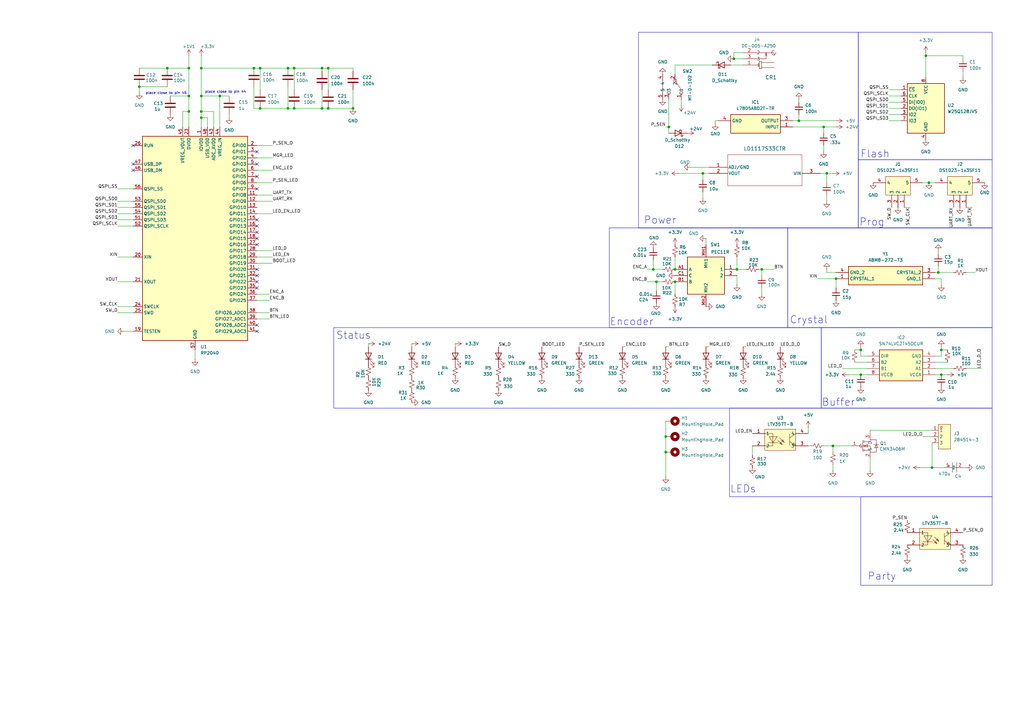
<source format=kicad_sch>
(kicad_sch (version 20231120) (generator "eeschema") (generator_version "8.0")
  (paper "A3")
  (junction (at 57.15 35.56))
  (junction (at 386.08 153.67))
  (junction (at 132.08 44.45))
  (junction (at 82.55 48.26))
  (junction (at 68.58 27.94))
  (junction (at 337.82 52.07))
  (junction (at 132.08 27.94))
  (junction (at 300.99 24.13))
  (junction (at 77.47 45.72))
  (junction (at 276.86 115.57))
  (junction (at 339.09 71.12))
  (junction (at 288.29 71.12))
  (junction (at 106.68 44.45))
  (junction (at 267.97 110.49))
  (junction (at 273.05 185.42))
  (junction (at 134.62 44.45))
  (junction (at 384.81 111.76))
  (junction (at 312.42 110.49))
  (junction (at 144.78 44.45))
  (junction (at 341.63 182.88))
  (junction (at 82.55 39.37))
  (junction (at 386.08 143.51))
  (junction (at 276.86 110.49))
  (junction (at 269.24 115.57))
  (junction (at 120.65 44.45))
  (junction (at 120.65 27.94))
  (junction (at 327.66 49.53))
  (junction (at 82.55 27.94))
  (junction (at 82.55 45.72))
  (junction (at 104.14 27.94))
  (junction (at 134.62 27.94))
  (junction (at 382.27 191.77))
  (junction (at 302.26 110.49))
  (junction (at 118.11 44.45))
  (junction (at 106.68 27.94))
  (junction (at 379.73 22.86))
  (junction (at 353.06 143.51))
  (junction (at 77.47 39.37))
  (junction (at 274.32 52.07))
  (junction (at 273.05 179.07))
  (junction (at 90.17 39.37))
  (junction (at 381 74.93))
  (junction (at 118.11 27.94))
  (junction (at 353.06 153.67))
  (junction (at 342.9 114.3))
  (junction (at 77.47 27.94))
  (no_connect (at 105.41 77.47))
  (no_connect (at 54.61 69.85))
  (no_connect (at 105.41 100.33))
  (no_connect (at 105.41 72.39))
  (no_connect (at 105.41 113.03))
  (no_connect (at 105.41 62.23))
  (no_connect (at 105.41 97.79))
  (no_connect (at 54.61 67.31))
  (no_connect (at 54.61 59.69))
  (no_connect (at 105.41 135.89))
  (no_connect (at 105.41 110.49))
  (no_connect (at 105.41 118.11))
  (no_connect (at 105.41 67.31))
  (no_connect (at 105.41 90.17))
  (no_connect (at 105.41 95.25))
  (no_connect (at 105.41 92.71))
  (no_connect (at 105.41 115.57))
  (no_connect (at 105.41 133.35))
  (wire (pts (xy 364.49 44.45) (xy 369.57 44.45)))
  (wire (pts (xy 342.9 114.3) (xy 342.9 118.11)))
  (wire (pts (xy 378.46 179.07) (xy 382.27 179.07)))
  (wire (pts (xy 379.73 22.86) (xy 394.97 22.86)))
  (wire (pts (xy 134.62 27.94) (xy 144.78 27.94)))
  (wire (pts (xy 69.85 39.37) (xy 77.47 39.37)))
  (wire (pts (xy 379.73 22.86) (xy 379.73 31.75)))
  (wire (pts (xy 269.24 119.38) (xy 269.24 115.57)))
  (wire (pts (xy 276.86 105.41) (xy 276.86 110.49)))
  (wire (pts (xy 339.09 110.49) (xy 339.09 111.76)))
  (wire (pts (xy 288.29 71.12) (xy 288.29 73.66)))
  (wire (pts (xy 378.46 74.93) (xy 381 74.93)))
  (wire (pts (xy 57.15 35.56) (xy 57.15 38.1)))
  (wire (pts (xy 265.43 110.49) (xy 267.97 110.49)))
  (wire (pts (xy 384.81 111.76) (xy 391.16 111.76)))
  (wire (pts (xy 93.98 46.99) (xy 93.98 48.26)))
  (wire (pts (xy 353.06 153.67) (xy 355.6 153.67)))
  (wire (pts (xy 48.26 77.47) (xy 54.61 77.47)))
  (wire (pts (xy 77.47 45.72) (xy 77.47 52.07)))
  (wire (pts (xy 289.56 142.24) (xy 290.83 142.24)))
  (wire (pts (xy 144.78 27.94) (xy 144.78 29.21)))
  (wire (pts (xy 339.09 71.12) (xy 341.63 71.12)))
  (wire (pts (xy 105.41 120.65) (xy 110.49 120.65)))
  (wire (pts (xy 279.4 43.18) (xy 279.4 40.64)))
  (wire (pts (xy 337.82 52.07) (xy 337.82 54.61)))
  (wire (pts (xy 396.24 111.76) (xy 400.05 111.76)))
  (wire (pts (xy 335.28 114.3) (xy 342.9 114.3)))
  (wire (pts (xy 85.09 52.07) (xy 85.09 48.26)))
  (wire (pts (xy 120.65 36.83) (xy 120.65 27.94)))
  (wire (pts (xy 364.49 36.83) (xy 369.57 36.83)))
  (wire (pts (xy 48.26 128.27) (xy 54.61 128.27)))
  (wire (pts (xy 273.05 52.07) (xy 274.32 52.07)))
  (wire (pts (xy 134.62 44.45) (xy 144.78 44.45)))
  (wire (pts (xy 104.14 44.45) (xy 106.68 44.45)))
  (wire (pts (xy 386.08 143.51) (xy 388.62 143.51)))
  (wire (pts (xy 48.26 87.63) (xy 54.61 87.63)))
  (wire (pts (xy 386.08 114.3) (xy 386.08 116.84)))
  (wire (pts (xy 345.44 151.13) (xy 355.6 151.13)))
  (wire (pts (xy 356.87 176.53) (xy 356.87 177.8)))
  (wire (pts (xy 382.27 181.61) (xy 382.27 191.77)))
  (wire (pts (xy 384.81 109.22) (xy 384.81 111.76)))
  (wire (pts (xy 105.41 74.93) (xy 111.76 74.93)))
  (wire (pts (xy 364.49 46.99) (xy 369.57 46.99)))
  (wire (pts (xy 382.27 191.77) (xy 387.35 191.77)))
  (wire (pts (xy 289.56 97.79) (xy 289.56 100.33)))
  (wire (pts (xy 293.37 49.53) (xy 294.64 49.53)))
  (wire (pts (xy 350.52 148.59) (xy 355.6 148.59)))
  (wire (pts (xy 384.81 102.87) (xy 384.81 104.14)))
  (wire (pts (xy 269.24 115.57) (xy 271.78 115.57)))
  (wire (pts (xy 118.11 27.94) (xy 120.65 27.94)))
  (wire (pts (xy 273.05 172.72) (xy 273.05 179.07)))
  (wire (pts (xy 87.63 52.07) (xy 87.63 45.72)))
  (wire (pts (xy 50.8 135.89) (xy 54.61 135.89)))
  (wire (pts (xy 48.26 105.41) (xy 54.61 105.41)))
  (wire (pts (xy 304.8 26.67) (xy 299.72 26.67)))
  (wire (pts (xy 273.05 179.07) (xy 273.05 185.42)))
  (wire (pts (xy 339.09 71.12) (xy 339.09 74.93)))
  (wire (pts (xy 80.01 143.51) (xy 80.01 147.32)))
  (wire (pts (xy 337.82 182.88) (xy 341.63 182.88)))
  (wire (pts (xy 106.68 27.94) (xy 118.11 27.94)))
  (wire (pts (xy 288.29 78.74) (xy 288.29 81.28)))
  (wire (pts (xy 273.05 185.42) (xy 273.05 195.58)))
  (wire (pts (xy 120.65 27.94) (xy 132.08 27.94)))
  (wire (pts (xy 373.38 85.09) (xy 370.84 85.09)))
  (wire (pts (xy 325.12 49.53) (xy 327.66 49.53)))
  (wire (pts (xy 132.08 27.94) (xy 134.62 27.94)))
  (wire (pts (xy 111.76 82.55) (xy 105.41 82.55)))
  (wire (pts (xy 77.47 27.94) (xy 77.47 39.37)))
  (wire (pts (xy 327.66 49.53) (xy 342.9 49.53)))
  (wire (pts (xy 386.08 153.67) (xy 388.62 153.67)))
  (wire (pts (xy 379.73 21.59) (xy 379.73 22.86)))
  (wire (pts (xy 120.65 44.45) (xy 132.08 44.45)))
  (wire (pts (xy 350.52 143.51) (xy 353.06 143.51)))
  (wire (pts (xy 356.87 176.53) (xy 382.27 176.53)))
  (wire (pts (xy 77.47 39.37) (xy 77.47 45.72)))
  (wire (pts (xy 106.68 44.45) (xy 118.11 44.45)))
  (wire (pts (xy 364.49 39.37) (xy 369.57 39.37)))
  (wire (pts (xy 337.82 52.07) (xy 342.9 52.07)))
  (wire (pts (xy 394.97 22.86) (xy 394.97 24.13)))
  (wire (pts (xy 396.24 151.13) (xy 402.59 151.13)))
  (wire (pts (xy 383.54 153.67) (xy 386.08 153.67)))
  (wire (pts (xy 311.15 110.49) (xy 312.42 110.49)))
  (wire (pts (xy 276.86 26.67) (xy 276.86 30.48)))
  (wire (pts (xy 132.08 44.45) (xy 132.08 36.83)))
  (wire (pts (xy 90.17 39.37) (xy 93.98 39.37)))
  (wire (pts (xy 341.63 182.88) (xy 349.25 182.88)))
  (wire (pts (xy 353.06 142.24) (xy 353.06 143.51)))
  (wire (pts (xy 144.78 36.83) (xy 144.78 44.45)))
  (wire (pts (xy 308.61 182.88) (xy 308.61 186.69)))
  (wire (pts (xy 276.86 120.65) (xy 276.86 115.57)))
  (wire (pts (xy 347.98 153.67) (xy 353.06 153.67)))
  (wire (pts (xy 48.26 85.09) (xy 54.61 85.09)))
  (wire (pts (xy 118.11 44.45) (xy 120.65 44.45)))
  (wire (pts (xy 186.69 140.97) (xy 186.69 142.24)))
  (wire (pts (xy 356.87 187.96) (xy 356.87 193.04)))
  (wire (pts (xy 381 74.93) (xy 383.54 74.93)))
  (wire (pts (xy 278.13 71.12) (xy 288.29 71.12)))
  (wire (pts (xy 132.08 27.94) (xy 132.08 29.21)))
  (wire (pts (xy 267.97 110.49) (xy 271.78 110.49)))
  (wire (pts (xy 337.82 62.23) (xy 337.82 59.69)))
  (wire (pts (xy 327.66 40.64) (xy 327.66 41.91)))
  (wire (pts (xy 312.42 113.03) (xy 312.42 110.49)))
  (wire (pts (xy 77.47 22.86) (xy 77.47 27.94)))
  (wire (pts (xy 394.97 29.21) (xy 394.97 31.75)))
  (wire (pts (xy 383.54 148.59) (xy 388.62 148.59)))
  (wire (pts (xy 312.42 120.65) (xy 312.42 118.11)))
  (wire (pts (xy 105.41 123.19) (xy 110.49 123.19)))
  (wire (pts (xy 327.66 46.99) (xy 327.66 49.53)))
  (wire (pts (xy 105.41 69.85) (xy 111.76 69.85)))
  (wire (pts (xy 74.93 52.07) (xy 74.93 45.72)))
  (wire (pts (xy 341.63 182.88) (xy 341.63 185.42)))
  (wire (pts (xy 386.08 143.51) (xy 386.08 142.24)))
  (wire (pts (xy 383.54 146.05) (xy 386.08 146.05)))
  (wire (pts (xy 87.63 45.72) (xy 82.55 45.72)))
  (wire (pts (xy 105.41 130.81) (xy 110.49 130.81)))
  (wire (pts (xy 288.29 71.12) (xy 290.83 71.12)))
  (wire (pts (xy 68.58 27.94) (xy 77.47 27.94)))
  (wire (pts (xy 339.09 80.01) (xy 339.09 82.55)))
  (wire (pts (xy 105.41 102.87) (xy 111.76 102.87)))
  (wire (pts (xy 293.37 50.8) (xy 293.37 49.53)))
  (wire (pts (xy 386.08 146.05) (xy 386.08 143.51)))
  (wire (pts (xy 57.15 35.56) (xy 68.58 35.56)))
  (wire (pts (xy 105.41 59.69) (xy 111.76 59.69)))
  (wire (pts (xy 302.26 105.41) (xy 302.26 110.49)))
  (wire (pts (xy 274.32 40.64) (xy 274.32 52.07)))
  (wire (pts (xy 339.09 111.76) (xy 342.9 111.76)))
  (wire (pts (xy 105.41 64.77) (xy 111.76 64.77)))
  (wire (pts (xy 105.41 128.27) (xy 110.49 128.27)))
  (wire (pts (xy 82.55 39.37) (xy 82.55 45.72)))
  (wire (pts (xy 377.19 191.77) (xy 382.27 191.77)))
  (wire (pts (xy 394.97 191.77) (xy 396.24 191.77)))
  (wire (pts (xy 255.27 142.24) (xy 256.54 142.24)))
  (wire (pts (xy 48.26 90.17) (xy 54.61 90.17)))
  (wire (pts (xy 132.08 44.45) (xy 134.62 44.45)))
  (wire (pts (xy 85.09 48.26) (xy 82.55 48.26)))
  (wire (pts (xy 82.55 52.07) (xy 82.55 48.26)))
  (wire (pts (xy 57.15 27.94) (xy 68.58 27.94)))
  (wire (pts (xy 325.12 52.07) (xy 337.82 52.07)))
  (wire (pts (xy 302.26 110.49) (xy 306.07 110.49)))
  (wire (pts (xy 274.32 54.61) (xy 274.32 52.07)))
  (wire (pts (xy 300.99 24.13) (xy 300.99 21.59)))
  (wire (pts (xy 383.54 114.3) (xy 386.08 114.3)))
  (wire (pts (xy 300.99 21.59) (xy 304.8 21.59)))
  (wire (pts (xy 267.97 106.68) (xy 267.97 110.49)))
  (wire (pts (xy 82.55 27.94) (xy 82.55 39.37)))
  (wire (pts (xy 104.14 35.56) (xy 104.14 44.45)))
  (wire (pts (xy 90.17 39.37) (xy 90.17 52.07)))
  (wire (pts (xy 304.8 24.13) (xy 300.99 24.13)))
  (wire (pts (xy 106.68 36.83) (xy 106.68 27.94)))
  (wire (pts (xy 48.26 82.55) (xy 54.61 82.55)))
  (wire (pts (xy 331.47 175.26) (xy 331.47 177.8)))
  (wire (pts (xy 168.91 142.24) (xy 168.91 140.97)))
  (wire (pts (xy 283.21 68.58) (xy 290.83 68.58)))
  (wire (pts (xy 341.63 193.04) (xy 341.63 190.5)))
  (wire (pts (xy 134.62 36.83) (xy 134.62 27.94)))
  (wire (pts (xy 364.49 49.53) (xy 369.57 49.53)))
  (wire (pts (xy 111.76 80.01) (xy 105.41 80.01)))
  (wire (pts (xy 353.06 143.51) (xy 353.06 146.05)))
  (wire (pts (xy 273.05 142.24) (xy 274.32 142.24)))
  (wire (pts (xy 265.43 115.57) (xy 269.24 115.57)))
  (wire (pts (xy 82.55 39.37) (xy 90.17 39.37)))
  (wire (pts (xy 364.49 41.91) (xy 369.57 41.91)))
  (wire (pts (xy 48.26 125.73) (xy 54.61 125.73)))
  (wire (pts (xy 151.13 140.97) (xy 151.13 142.24)))
  (wire (pts (xy 105.41 107.95) (xy 111.76 107.95)))
  (wire (pts (xy 105.41 105.41) (xy 111.76 105.41)))
  (wire (pts (xy 332.74 182.88) (xy 331.47 182.88)))
  (wire (pts (xy 312.42 110.49) (xy 317.5 110.49)))
  (wire (pts (xy 336.55 71.12) (xy 339.09 71.12)))
  (wire (pts (xy 48.26 92.71) (xy 54.61 92.71)))
  (wire (pts (xy 74.93 45.72) (xy 77.47 45.72)))
  (wire (pts (xy 383.54 111.76) (xy 384.81 111.76)))
  (wire (pts (xy 118.11 35.56) (xy 118.11 44.45)))
  (wire (pts (xy 383.54 151.13) (xy 391.16 151.13)))
  (wire (pts (xy 304.8 142.24) (xy 306.07 142.24)))
  (wire (pts (xy 48.26 115.57) (xy 54.61 115.57)))
  (wire (pts (xy 82.55 27.94) (xy 104.14 27.94)))
  (wire (pts (xy 276.86 26.67) (xy 292.1 26.67)))
  (wire (pts (xy 398.78 85.09) (xy 396.24 85.09)))
  (wire (pts (xy 82.55 48.26) (xy 82.55 45.72)))
  (wire (pts (xy 353.06 146.05) (xy 355.6 146.05)))
  (wire (pts (xy 302.26 113.03) (xy 302.26 116.84)))
  (wire (pts (xy 105.41 87.63) (xy 111.76 87.63)))
  (wire (pts (xy 82.55 22.86) (xy 82.55 27.94)))
  (wire (pts (xy 104.14 27.94) (xy 106.68 27.94)))
  (rectangle (start 352.044 13.208) (end 406.908 65.532))
  (rectangle (start 323.088 93.472) (end 406.908 134.366))
  (rectangle (start 299.212 167.386) (end 406.908 203.708))
  (rectangle (start 249.936 93.472) (end 323.088 134.366))
  (rectangle (start 353.06 203.708) (end 406.908 240.03))
  (rectangle (start 336.804 134.366) (end 406.908 167.386))
  (rectangle (start 261.874 13.208) (end 352.044 93.472))
  (rectangle (start 136.906 134.366) (end 336.804 167.386))
  (rectangle (start 352.044 65.532) (end 406.908 93.472))
  (text "Crystal" (at 331.724 131.318 0) (effects (font (size 3 3))))
  (text "place close to pin 44" (at 84.074 38.354 0) (effects (font (size 1 1)) (justify left bottom)))
  (text "Buffer" (at 343.916 165.1 0) (effects (font (size 3 3))))
  (text "Power" (at 270.764 90.424 0) (effects (font (size 3 3))))
  (text "place close to pin 45" (at 59.69 38.862 0) (effects (font (size 1 1)) (justify left bottom)))
  (text "LEDs" (at 304.8 200.66 0) (effects (font (size 3 3))))
  (text "Flash" (at 358.902 63.246 0) (effects (font (size 3 3))))
  (text "Status" (at 145.034 137.668 0) (effects (font (size 3 3))))
  (text "Prog" (at 357.632 91.186 0) (effects (font (size 3 3))))
  (text "Encoder" (at 259.08 132.08 0) (effects (font (size 3 3))))
  (text "Party" (at 361.696 236.474 0) (effects (font (size 3 3))))
  (label "LED_EN" (at 308.61 177.8 180))
  (label "P_SEN_O" (at 394.97 218.44 0))
  (label "QSPI_SCLK" (at 48.26 92.71 180))
  (label "QSPI_SD0" (at 48.26 82.55 180))
  (label "P_SEN_O" (at 111.76 59.69 0))
  (label "BTN" (at 110.49 128.27 0))
  (label "XOUT" (at 400.05 111.76 0))
  (label "P_SEN" (at 273.05 52.07 180))
  (label "ENC_A" (at 110.49 120.65 0))
  (label "LED_D_O" (at 402.59 151.13 90))
  (label "SW_CLK" (at 48.26 125.73 180))
  (label "QSPI_SS" (at 48.26 77.47 180))
  (label "LED_D_O" (at 320.04 142.24 0))
  (label "QSPI_SD2" (at 48.26 87.63 180))
  (label "ENC_B" (at 265.43 115.57 180))
  (label "XIN" (at 335.28 114.3 180))
  (label "ENC_A" (at 265.43 110.49 180))
  (label "LED_EN_LED" (at 306.07 142.24 0))
  (label "ENC_B" (at 110.49 123.19 0))
  (label "UART_TX" (at 398.78 85.09 270))
  (label "P_SEN" (at 372.11 213.36 180))
  (label "SW_D" (at 48.26 128.27 180))
  (label "QSPI_SD1" (at 48.26 85.09 180))
  (label "LED_EN" (at 111.76 105.41 0))
  (label "QSPI_SD3" (at 364.49 49.53 180))
  (label "BOOT_LED" (at 222.25 142.24 0))
  (label "QSPI_SD3" (at 48.26 90.17 180))
  (label "UART_RX" (at 391.16 85.09 270))
  (label "P_SEN_LED" (at 237.49 142.24 0))
  (label "BTN_LED" (at 274.32 142.24 0))
  (label "UART_TX" (at 111.76 80.01 0))
  (label "BOOT_LED" (at 111.76 107.95 0))
  (label "LED_D" (at 111.76 102.87 0))
  (label "QSPI_SD1" (at 364.49 44.45 180))
  (label "QSPI_SCLK" (at 364.49 39.37 180))
  (label "MGR_LED" (at 290.83 142.24 0))
  (label "QSPI_SS" (at 364.49 36.83 180))
  (label "LED_EN_LED" (at 111.76 87.63 0))
  (label "XIN" (at 48.26 105.41 180))
  (label "SW_D" (at 204.47 142.24 0))
  (label "QSPI_SD2" (at 364.49 46.99 180))
  (label "XOUT" (at 48.26 115.57 180))
  (label "P_SEN_LED" (at 111.76 74.93 0))
  (label "ENC_LED" (at 256.54 142.24 0))
  (label "UART_RX" (at 111.76 82.55 0))
  (label "LED_D" (at 345.44 151.13 180))
  (label "BTN_LED" (at 110.49 130.81 0))
  (label "SW_CLK" (at 373.38 85.09 270))
  (label "QSPI_SD0" (at 364.49 41.91 180))
  (label "ENC_LED" (at 111.76 69.85 0))
  (label "MGR_LED" (at 111.76 64.77 0))
  (label "BTN" (at 317.5 110.49 0))
  (label "SW_D" (at 365.76 85.09 270))
  (label "LED_D_O" (at 378.46 179.07 180))
  (symbol (lib_id "power:+24V") (at 151.13 140.97 270) (unit 1)
    (property "Reference" "#PWR047" (effects (hide yes)))
    (property "Value" "+24V" (at 154.94 140.9699 90) (effects (justify left)))
    (property "Description" "Power symbol creates a global label with name \"+24V\"" (effects (hide yes)))
  )
  (symbol (lib_id "power:GND") (at 283.21 68.58 270) (unit 1)
    (property "Reference" "#PWR024" (effects (hide yes)))
    (property "Value" "GND" (at 280.924 66.548 90))
    (property "Description" "Power symbol creates a global label with name \"GND\" , ground" (effects (hide yes)))
  )
  (symbol (lib_id "Device:C") (at 106.68 40.64 0) (unit 1)
    (property "Reference" "C17" (at 109.728 39.37 0) (effects (justify left)))
    (property "Value" "100n" (at 109.728 41.91 0) (effects (justify left)))
    (property "Footprint" "Capacitor_SMD:C_0402_1005Metric" (effects (hide yes)))
    (property "LCSC" "C1525" (effects (hide yes)))
    (property "LCSC Part" "C1525" (effects (hide yes)))
  )
  (symbol (lib_id "power:GND") (at 271.78 40.64 0) (unit 1)
    (property "Reference" "#PWR073" (effects (hide yes)))
    (property "Value" "GND" (at 271.78 45.72 0))
    (property "Description" "Power symbol creates a global label with name \"GND\" , ground" (effects (hide yes)))
  )
  (symbol (lib_id "power:GND") (at 204.47 160.02 0) (unit 1)
    (property "Reference" "#PWR030" (effects (hide yes)))
    (property "Value" "GND" (at 204.47 165.1 0))
    (property "Description" "Power symbol creates a global label with name \"GND\" , ground" (effects (hide yes)))
  )
  (symbol (lib_id "Device:R_Small_US") (at 372.11 226.06 180) (unit 1)
    (property "Reference" "R24" (at 365.506 224.282 0) (effects (justify right)))
    (property "Value" "2.4k" (at 365.506 226.822 0) (effects (justify right)))
    (property "Footprint" "Resistor_SMD:R_0805_2012Metric" (effects (hide yes)))
    (property "Description" "Resistor, small US symbol" (effects (hide yes)))
    (property "LCSC" "C17526" (effects (hide yes)))
    (property "LCSC Part" "C17526" (effects (hide yes)))
  )
  (symbol (lib_id "Device:LED") (at 168.91 146.05 90) (unit 1)
    (property "Reference" "D2" (at 172.72 146.3674 90) (effects (justify right)))
    (property "Value" "RED" (at 172.72 148.9074 90) (effects (justify right)))
    (property "Footprint" "LED_SMD:LED_0603_1608Metric" (effects (hide yes)))
    (property "Description" "Light emitting diode" (effects (hide yes)))
    (property "LCSC" "C2286" (effects (hide yes)))
    (property "LCSC Part" "C2286" (effects (hide yes)))
  )
  (symbol (lib_id "power:GND") (at 342.9 123.19 0) (unit 1)
    (property "Reference" "#PWR06" (effects (hide yes)))
    (property "Value" "GND" (at 342.9 128.27 0))
    (property "Description" "Power symbol creates a global label with name \"GND\" , ground" (effects (hide yes)))
  )
  (symbol (lib_id "MCU_RaspberryPi:RP2040") (at 80.01 97.79 0) (unit 1)
    (property "Reference" "U1" (at 82.2041 142.24 0) (effects (justify left)))
    (property "Value" "RP2040" (at 82.2041 144.78 0) (effects (justify left)))
    (property "Footprint" "Package_DFN_QFN:QFN-56-1EP_7x7mm_P0.4mm_EP3.2x3.2mm" (effects (hide yes)))
    (property "Datasheet" "https://datasheets.raspberrypi.com/rp2040/rp2040-datasheet.pdf" (effects (hide yes)))
    (property "Description" "A microcontroller by Raspberry Pi" (effects (hide yes)))
    (property "LCSC" "C2040" (effects (hide yes)))
    (property "LCSC Part" "C2040" (effects (hide yes)))
  )
  (symbol (lib_id "Device:LED") (at 186.69 146.05 90) (unit 1)
    (property "Reference" "D3" (at 190.5 146.3674 90) (effects (justify right)))
    (property "Value" "RED" (at 190.5 148.9074 90) (effects (justify right)))
    (property "Footprint" "LED_SMD:LED_0603_1608Metric" (effects (hide yes)))
    (property "Description" "Light emitting diode" (effects (hide yes)))
    (property "LCSC" "C2286" (effects (hide yes)))
    (property "LCSC Part" "C2286" (effects (hide yes)))
  )
  (symbol (lib_id "power:GND") (at 372.11 228.6 0) (unit 1)
    (property "Reference" "#PWR067" (effects (hide yes)))
    (property "Value" "GND" (at 372.11 233.68 0))
    (property "Description" "Power symbol creates a global label with name \"GND\" , ground" (effects (hide yes)))
  )
  (symbol (lib_id "Device:R_Small_US") (at 151.13 152.4 180) (unit 1)
    (property "Reference" "R2" (at 146.812 154.94 90) (effects (justify right)))
    (property "Value" "10K" (at 148.844 155.194 90) (effects (justify right)))
    (property "Footprint" "Resistor_SMD:R_0603_1608Metric" (effects (hide yes)))
    (property "Description" "Resistor, small US symbol" (effects (hide yes)))
    (property "LCSC" "C15401" (effects (hide yes)))
    (property "LCSC Part" "C15401" (effects (hide yes)))
  )
  (symbol (lib_id "Device:C") (at 93.98 43.18 0) (unit 1)
    (property "Reference" "C15" (at 97.79 41.9099 0) (effects (justify left)))
    (property "Value" "1u" (at 97.79 44.4499 0) (effects (justify left)))
    (property "Footprint" "Capacitor_SMD:C_0402_1005Metric" (effects (hide yes)))
    (property "LCSC" "C52923" (effects (hide yes)))
    (property "LCSC Part" "C52923" (effects (hide yes)))
  )
  (symbol (lib_id "Device:C") (at 68.58 31.75 0) (unit 1)
    (property "Reference" "C14" (at 71.12 30.734 0) (effects (justify left)))
    (property "Value" "100n" (at 71.12 33.02 0) (effects (justify left)))
    (property "Footprint" "Capacitor_SMD:C_0402_1005Metric" (effects (hide yes)))
    (property "LCSC" "C1525" (effects (hide yes)))
    (property "LCSC Part" "C1525" (effects (hide yes)))
  )
  (symbol (lib_id "Device:R_Small_US") (at 320.04 152.4 0) (unit 1)
    (property "Reference" "R15" (at 314.452 150.876 0) (effects (justify left)))
    (property "Value" "2.4k" (at 313.944 153.416 0) (effects (justify left)))
    (property "Footprint" "Resistor_SMD:R_0805_2012Metric" (effects (hide yes)))
    (property "Description" "Resistor, small US symbol" (effects (hide yes)))
    (property "LCSC" "C17526" (effects (hide yes)))
    (property "LCSC Part" "C17526" (effects (hide yes)))
  )
  (symbol (lib_id "power:GND") (at 356.87 193.04 0) (unit 1)
    (property "Reference" "#PWR058" (effects (hide yes)))
    (property "Value" "GND" (at 356.87 198.12 0))
    (property "Description" "Power symbol creates a global label with name \"GND\" , ground" (effects (hide yes)))
  )
  (symbol (lib_id "Device:C") (at 104.14 31.75 0) (unit 1)
    (property "Reference" "C16" (at 107.696 30.48 0) (effects (justify left)))
    (property "Value" "100n" (at 107.696 32.766 0) (effects (justify left)))
    (property "Footprint" "Capacitor_SMD:C_0402_1005Metric" (effects (hide yes)))
    (property "LCSC" "C1525" (effects (hide yes)))
    (property "LCSC Part" "C1525" (effects (hide yes)))
  )
  (symbol (lib_id "power:GND") (at 353.06 142.24 180) (unit 1)
    (property "Reference" "#PWR036" (effects (hide yes)))
    (property "Value" "GND" (at 353.06 137.16 0))
    (property "Description" "Power symbol creates a global label with name \"GND\" , ground" (effects (hide yes)))
  )
  (symbol (lib_id "power:GND") (at 300.99 24.13 270) (unit 1)
    (property "Reference" "#PWR028" (effects (hide yes)))
    (property "Value" "GND" (at 298.958 21.59 90) (effects (justify right)))
    (property "Description" "Power symbol creates a global label with name \"GND\" , ground" (effects (hide yes)))
  )
  (symbol (lib_id "Device:R_Small_US") (at 341.63 187.96 0) (unit 1)
    (property "Reference" "R20" (at 344.17 186.6899 0) (effects (justify left)))
    (property "Value" "1K" (at 344.17 189.2299 0) (effects (justify left)))
    (property "Footprint" "Resistor_SMD:R_0402_1005Metric" (effects (hide yes)))
    (property "Description" "Resistor, small US symbol" (effects (hide yes)))
    (property "LCSC" "C25543" (effects (hide yes)))
    (property "LCSC Part" "C25543" (effects (hide yes)))
  )
  (symbol (lib_id "power:GND") (at 339.09 82.55 0) (unit 1)
    (property "Reference" "#PWR022" (effects (hide yes)))
    (property "Value" "GND" (at 339.09 87.63 0))
    (property "Description" "Power symbol creates a global label with name \"GND\" , ground" (effects (hide yes)))
  )
  (symbol (lib_id "Device:C_Small") (at 353.06 156.21 0) (unit 1)
    (property "Reference" "C11" (at 346.456 156.464 0) (effects (justify left)))
    (property "Value" "1u" (at 346.71 158.496 0) (effects (justify left)))
    (property "Footprint" "Capacitor_SMD:C_0402_1005Metric" (effects (hide yes)))
    (property "Description" "Unpolarized capacitor, small symbol" (effects (hide yes)))
    (property "LCSC" "C52923" (effects (hide yes)))
    (property "LCSC Part" "C52923" (effects (hide yes)))
  )
  (symbol (lib_id "Device:R_Small_US") (at 304.8 152.4 0) (unit 1)
    (property "Reference" "R18" (at 299.212 150.876 0) (effects (justify left)))
    (property "Value" "330" (at 298.704 153.67 0) (effects (justify left)))
    (property "Footprint" "Resistor_SMD:R_0603_1608Metric" (effects (hide yes)))
    (property "Description" "Resistor, small US symbol" (effects (hide yes)))
    (property "LCSC" "C23138" (effects (hide yes)))
    (property "LCSC Part" "C23138" (effects (hide yes)))
  )
  (symbol (lib_id "power:GND") (at 273.05 154.94 0) (unit 1)
    (property "Reference" "#PWR043" (effects (hide yes)))
    (property "Value" "GND" (at 273.05 160.02 0))
    (property "Description" "Power symbol creates a global label with name \"GND\" , ground" (effects (hide yes)))
  )
  (symbol (lib_id "power:GND") (at 386.08 142.24 180) (unit 1)
    (property "Reference" "#PWR037" (effects (hide yes)))
    (property "Value" "GND" (at 386.08 137.16 0))
    (property "Description" "Power symbol creates a global label with name \"GND\" , ground" (effects (hide yes)))
  )
  (symbol (lib_id "power:GND") (at 293.37 50.8 0) (unit 1)
    (property "Reference" "#PWR023" (effects (hide yes)))
    (property "Value" "GND" (at 291.338 54.864 0) (effects (justify left)))
    (property "Description" "Power symbol creates a global label with name \"GND\" , ground" (effects (hide yes)))
  )
  (symbol (lib_id "Device:C") (at 120.65 40.64 0) (unit 1)
    (property "Reference" "C19" (at 124.46 39.37 0) (effects (justify left)))
    (property "Value" "100n" (at 124.46 41.91 0) (effects (justify left)))
    (property "Footprint" "Capacitor_SMD:C_0402_1005Metric" (effects (hide yes)))
    (property "LCSC" "C1525" (effects (hide yes)))
    (property "LCSC Part" "C1525" (effects (hide yes)))
  )
  (symbol (lib_id "Device:R_Small_US") (at 335.28 182.88 270) (unit 1)
    (property "Reference" "R19" (at 335.28 185.166 90))
    (property "Value" "100" (at 335.28 187.706 90))
    (property "Footprint" "Resistor_SMD:R_0603_1608Metric" (effects (hide yes)))
    (property "Description" "Resistor, small US symbol" (effects (hide yes)))
    (property "LCSC" "C22775" (effects (hide yes)))
    (property "LCSC Part" "C22775" (effects (hide yes)))
  )
  (symbol (lib_id "Memory_Flash:W25Q128JVS") (at 379.73 44.45 0) (unit 1)
    (property "Reference" "U2" (at 388.62 43.1799 0) (effects (justify left)))
    (property "Value" "W25Q128JVS" (at 388.62 45.7199 0) (effects (justify left)))
    (property "Footprint" "Package_SO:SOIC-8_5.23x5.23mm_P1.27mm" (effects (hide yes)))
    (property "Datasheet" "http://www.winbond.com/resource-files/w25q128jv_dtr%20revc%2003272018%20plus.pdf" (effects (hide yes)))
    (property "Description" "128Mb Serial Flash Memory, Standard/Dual/Quad SPI, SOIC-8" (effects (hide yes)))
    (property "LCSC" "C97521" (effects (hide yes)))
    (property "LCSC Part" "C97521" (effects (hide yes)))
  )
  (symbol (lib_id "Device:D_Schottky") (at 295.91 26.67 0) (unit 1)
    (property "Reference" "D11" (at 296.418 30.48 0))
    (property "Value" "D_Schottky" (at 297.18 33.02 0))
    (property "Footprint" "Diode_SMD:D_SMA" (effects (hide yes)))
    (property "Description" "Schottky diode" (effects (hide yes)))
    (property "LCSC" "C8678" (effects (hide yes)))
    (property "LCSC Part" "C8678" (effects (hide yes)))
  )
  (symbol (lib_id "Device:R_Small_US") (at 274.32 110.49 90) (unit 1)
    (property "Reference" "R21" (at 271.78 106.172 90) (effects (justify right)))
    (property "Value" "10K" (at 271.526 108.204 90) (effects (justify right)))
    (property "Footprint" "Resistor_SMD:R_0603_1608Metric" (effects (hide yes)))
    (property "Description" "Resistor, small US symbol" (effects (hide yes)))
    (property "LCSC" "C15401" (effects (hide yes)))
    (property "LCSC Part" "C15401" (effects (hide yes)))
  )
  (symbol (lib_id "power:GND") (at 312.42 120.65 0) (unit 1)
    (property "Reference" "#PWR064" (effects (hide yes)))
    (property "Value" "GND" (at 312.42 125.73 0))
    (property "Description" "Power symbol creates a global label with name \"GND\" , ground" (effects (hide yes)))
  )
  (symbol (lib_id "power:GND") (at 337.82 62.23 0) (unit 1)
    (property "Reference" "#PWR018" (effects (hide yes)))
    (property "Value" "GND" (at 337.82 67.31 0))
    (property "Description" "Power symbol creates a global label with name \"GND\" , ground" (effects (hide yes)))
  )
  (symbol (lib_id "Device:R_Small_US") (at 186.69 152.4 0) (unit 1)
    (property "Reference" "R4" (at 181.102 150.876 0) (effects (justify left)))
    (property "Value" "1K" (at 179.324 153.162 0) (effects (justify left)))
    (property "Footprint" "Resistor_SMD:R_0402_1005Metric" (effects (hide yes)))
    (property "Description" "Resistor, small US symbol" (effects (hide yes)))
    (property "LCSC" "C25543" (effects (hide yes)))
    (property "LCSC Part" "C25543" (effects (hide yes)))
  )
  (symbol (lib_id "power:GND") (at 289.56 154.94 0) (unit 1)
    (property "Reference" "#PWR044" (effects (hide yes)))
    (property "Value" "GND" (at 289.56 160.02 0))
    (property "Description" "Power symbol creates a global label with name \"GND\" , ground" (effects (hide yes)))
  )
  (symbol (lib_id "Device:R_Small_US") (at 255.27 152.4 0) (unit 1)
    (property "Reference" "R12" (at 249.682 150.876 0) (effects (justify left)))
    (property "Value" "330" (at 249.174 153.162 0) (effects (justify left)))
    (property "Footprint" "Resistor_SMD:R_0603_1608Metric" (effects (hide yes)))
    (property "Description" "Resistor, small US symbol" (effects (hide yes)))
    (property "LCSC" "C23138" (effects (hide yes)))
    (property "LCSC Part" "C23138" (effects (hide yes)))
  )
  (symbol (lib_id "Device:R_Small_US") (at 168.91 157.48 180) (unit 1)
    (property "Reference" "R30" (at 174.498 159.004 0) (effects (justify left)))
    (property "Value" "1K" (at 173.99 156.972 0) (effects (justify left)))
    (property "Footprint" "Resistor_SMD:R_0402_1005Metric" (effects (hide yes)))
    (property "Description" "Resistor, small US symbol" (effects (hide yes)))
    (property "LCSC" "C25543" (effects (hide yes)))
    (property "LCSC Part" "C25543" (effects (hide yes)))
  )
  (symbol (lib_id "power:GND") (at 327.66 40.64 180) (unit 1)
    (property "Reference" "#PWR019" (effects (hide yes)))
    (property "Value" "GND" (at 327.66 35.56 0))
    (property "Description" "Power symbol creates a global label with name \"GND\" , ground" (effects (hide yes)))
  )
  (symbol (lib_id "Device:R_Small_US") (at 222.25 152.4 0) (unit 1)
    (property "Reference" "R16" (at 216.662 150.876 0) (effects (justify left)))
    (property "Value" "330" (at 215.9 153.416 0) (effects (justify left)))
    (property "Footprint" "Resistor_SMD:R_0603_1608Metric" (effects (hide yes)))
    (property "Description" "Resistor, small US symbol" (effects (hide yes)))
    (property "LCSC" "C23138" (effects (hide yes)))
    (property "LCSC Part" "C23138" (effects (hide yes)))
  )
  (symbol (lib_id "Device:R_Small_US") (at 372.11 215.9 0) (unit 1)
    (property "Reference" "R25" (at 366.268 215.138 0) (effects (justify left)))
    (property "Value" "2.4k" (at 366.522 217.424 0) (effects (justify left)))
    (property "Footprint" "Resistor_SMD:R_0805_2012Metric" (effects (hide yes)))
    (property "Description" "Resistor, small US symbol" (effects (hide yes)))
    (property "LCSC" "C17526" (effects (hide yes)))
    (property "LCSC Part" "C17526" (effects (hide yes)))
  )
  (symbol (lib_id "Device:C") (at 134.62 40.64 0) (unit 1)
    (property "Reference" "C21" (at 138.43 39.3699 0) (effects (justify left)))
    (property "Value" "100n" (at 138.43 41.9099 0) (effects (justify left)))
    (property "Footprint" "Capacitor_SMD:C_0402_1005Metric" (effects (hide yes)))
    (property "LCSC" "C1525" (effects (hide yes)))
    (property "LCSC Part" "C1525" (effects (hide yes)))
  )
  (symbol (lib_id "power:GND") (at 186.69 154.94 0) (unit 1)
    (property "Reference" "#PWR027" (effects (hide yes)))
    (property "Value" "GND" (at 186.69 160.02 0))
    (property "Description" "Power symbol creates a global label with name \"GND\" , ground" (effects (hide yes)))
  )
  (symbol (lib_id "power:GND") (at 267.97 101.6 180) (unit 1)
    (property "Reference" "#PWR062" (effects (hide yes)))
    (property "Value" "GND" (at 266.192 97.536 0) (effects (justify right)))
    (property "Description" "Power symbol creates a global label with name \"GND\" , ground" (effects (hide yes)))
  )
  (symbol (lib_id "L7805ABD2T-TR:L7805ABD2T-TR") (at 294.64 49.53 0) (unit 1)
    (property "Reference" "IC1" (at 309.88 41.91 0))
    (property "Value" "L7805ABD2T-TR" (at 309.88 44.45 0))
    (property "Footprint" "L7805ABD2T-TR:D2PAK-STB35NF10T4" (effects (hide yes)))
    (property "Datasheet" "https://www.st.com/resource/en/datasheet/l78.pdf" (effects (hide yes)))
    (property "Description" "Linear Voltage Regulators 5.0V 1.0A Positive" (effects (hide yes)))
    (property "Mouser Part Number" "511-L7805ABD2T-TR" (effects (hide yes)))
    (property "Mouser Price/Stock" "https://www.mouser.co.uk/ProductDetail/STMicroelectronics/L7805ABD2T-TR?qs=LL%252BsqOK9SqOQ%2FfZD5ZsNqA%3D%3D" (effects (hide yes)))
    (property "Manufacturer_Name" "STMicroelectronics" (effects (hide yes)))
    (property "Manufacturer_Part_Number" "L7805ABD2T-TR" (effects (hide yes)))
    (property "LCSC" "C86206" (effects (hide yes)))
    (property "LCSC Part" "C86206" (effects (hide yes)))
  )
  (symbol (lib_id "easyeda2kicad:LTV357T-B") (at 320.04 180.34 0) (unit 1)
    (property "Reference" "U3" (at 320.04 171.45 0))
    (property "Value" "LTV357T-B" (at 320.04 173.99 0))
    (property "Footprint" "easyeda2kicad:SOP-4_L4.4-W4.0-P2.54-LS7.0-TL" (effects (hide yes)))
    (property "Datasheet" "https://lcsc.com/product-detail/SMD-Optocouplers_LTV357T-B_C33068.html" (effects (hide yes)))
    (property "Description" "AC/DC Phototransistor Optocoupler, Vce 80V, CTR 20-400%, SOP-4" (effects (hide yes)))
    (property "LCSC Part" "C33068" (effects (hide yes)))
    (property "LCSC" "C33068" (effects (hide yes)))
  )
  (symbol (lib_id "power:+3.3V") (at 186.69 140.97 270) (unit 1)
    (property "Reference" "#PWR049" (effects (hide yes)))
    (property "Value" "+3.3V" (at 190.5 140.9699 90) (effects (justify left)))
    (property "Description" "Power symbol creates a global label with name \"+3.3V\"" (effects (hide yes)))
  )
  (symbol (lib_id "easyeda2kicad:MT-0-102-C004-N004-RS") (at 276.86 35.56 270) (unit 1)
    (property "Reference" "SW2" (at 283.972 29.21 90) (effects (justify right)))
    (property "Value" "MT-0-102" (at 282.956 41.402 0) (effects (justify right)))
    (property "Footprint" "easyeda2kicad:SW-TH_MT-0-102-C004-N004-RS" (effects (hide yes)))
    (property "Description" "Single Pole Single Throw (SPST) switch" (effects (hide yes)))
    (property "LCSC Part" "C1788496" (effects (hide yes)))
    (property "LCSC" "C1788496" (effects (hide yes)))
  )
  (symbol (lib_id "Device:R_Small_US") (at 276.86 123.19 0) (unit 1)
    (property "Reference" "R7" (at 281.178 124.968 0) (effects (justify right)))
    (property "Value" "10K" (at 282.194 122.682 0) (effects (justify right)))
    (property "Footprint" "Resistor_SMD:R_0603_1608Metric" (effects (hide yes)))
    (property "Description" "Resistor, small US symbol" (effects (hide yes)))
    (property "LCSC" "C15401" (effects (hide yes)))
    (property "LCSC Part" "C15401" (effects (hide yes)))
  )
  (symbol (lib_id "power:GND") (at 396.24 191.77 90) (unit 1)
    (property "Reference" "#PWR014" (effects (hide yes)))
    (property "Value" "GND" (at 400.05 191.7699 90) (effects (justify right)))
    (property "Description" "Power symbol creates a global label with name \"GND\" , ground" (effects (hide yes)))
  )
  (symbol (lib_id "Device:R_Small_US") (at 276.86 102.87 180) (unit 1)
    (property "Reference" "R6" (at 278.638 101.346 0) (effects (justify right)))
    (property "Value" "10K" (at 278.13 103.632 0) (effects (justify right)))
    (property "Footprint" "Resistor_SMD:R_0603_1608Metric" (effects (hide yes)))
    (property "Description" "Resistor, small US symbol" (effects (hide yes)))
    (property "LCSC" "C15401" (effects (hide yes)))
    (property "LCSC Part" "C15401" (effects (hide yes)))
  )
  (symbol (lib_id "Device:C_Small") (at 312.42 115.57 0) (unit 1)
    (property "Reference" "C9" (at 314.96 114.808 0) (effects (justify left)))
    (property "Value" "100n" (at 314.96 116.8462 0) (effects (justify left)))
    (property "Footprint" "Capacitor_SMD:C_0402_1005Metric" (effects (hide yes)))
    (property "Description" "Unpolarized capacitor, small symbol" (effects (hide yes)))
    (property "LCSC" "C1525" (effects (hide yes)))
    (property "LCSC Part" "C1525" (effects (hide yes)))
  )
  (symbol (lib_id "power:GND") (at 341.63 193.04 0) (unit 1)
    (property "Reference" "#PWR059" (effects (hide yes)))
    (property "Value" "GND" (at 341.63 198.12 0))
    (property "Description" "Power symbol creates a global label with name \"GND\" , ground" (effects (hide yes)))
  )
  (symbol (lib_id "Device:C_Small") (at 327.66 44.45 180) (unit 1)
    (property "Reference" "C6" (at 330.2 43.1735 0) (effects (justify right)))
    (property "Value" "100n" (at 330.2 45.7135 0) (effects (justify right)))
    (property "Footprint" "Capacitor_SMD:C_0402_1005Metric" (effects (hide yes)))
    (property "Description" "Unpolarized capacitor, small symbol" (effects (hide yes)))
    (property "LCSC" "C1525" (effects (hide yes)))
    (property "LCSC Part" "C1525" (effects (hide yes)))
  )
  (symbol (lib_id "power:+5V") (at 341.63 71.12 270) (unit 1)
    (property "Reference" "#PWR021" (effects (hide yes)))
    (property "Value" "+5V" (at 345.44 71.1199 90) (effects (justify left)))
    (property "Description" "Power symbol creates a global label with name \"+5V\"" (effects (hide yes)))
  )
  (symbol (lib_id "power:+5V") (at 331.47 175.26 0) (unit 1)
    (property "Reference" "#PWR057" (effects (hide yes)))
    (property "Value" "+5V" (at 331.47 170.18 0))
    (property "Description" "Power symbol creates a global label with name \"+5V\"" (effects (hide yes)))
  )
  (symbol (lib_id "Device:D_Schottky") (at 278.13 54.61 180) (unit 1)
    (property "Reference" "D12" (at 278.638 59.944 0))
    (property "Value" "D_Schottky" (at 277.876 57.404 0))
    (property "Footprint" "Diode_SMD:D_SMA" (effects (hide yes)))
    (property "Description" "Schottky diode" (effects (hide yes)))
    (property "LCSC" "C8678" (effects (hide yes)))
    (property "LCSC Part" "C8678" (effects (hide yes)))
  )
  (symbol (lib_id "Device:C") (at 118.11 31.75 0) (unit 1)
    (property "Reference" "C18" (at 121.412 30.48 0) (effects (justify left)))
    (property "Value" "100n" (at 121.412 33.02 0) (effects (justify left)))
    (property "Footprint" "Capacitor_SMD:C_0402_1005Metric" (effects (hide yes)))
    (property "LCSC" "C1525" (effects (hide yes)))
    (property "LCSC Part" "C1525" (effects (hide yes)))
  )
  (symbol (lib_id "Device:C") (at 144.78 33.02 0) (unit 1)
    (property "Reference" "C22" (at 148.59 31.7499 0) (effects (justify left)))
    (property "Value" "100n" (at 148.59 34.2899 0) (effects (justify left)))
    (property "Footprint" "Capacitor_SMD:C_0402_1005Metric" (effects (hide yes)))
    (property "LCSC" "C1525" (effects (hide yes)))
    (property "LCSC Part" "C1525" (effects (hide yes)))
  )
  (symbol (lib_id "easyeda2kicad:DC-005-A250") (at 309.88 24.13 180) (unit 1)
    (property "Reference" "J4" (at 311.658 16.256 0) (effects (justify left)))
    (property "Value" "DC-005-A250" (at 318.262 18.796 0) (effects (justify left)))
    (property "Footprint" "easyeda2kicad:DC-IN-TH_DC-005-A250" (effects (hide yes)))
    (property "Description" "Generic connector, single row, 01x02, script generated" (effects (hide yes)))
    (property "LCSC Part" "C720558" (effects (hide yes)))
    (property "LCSC" "C720558" (effects (hide yes)))
  )
  (symbol (lib_id "Device:R_Small_US") (at 204.47 152.4 0) (unit 1)
    (property "Reference" "R5" (at 198.882 150.876 0) (effects (justify left)))
    (property "Value" "330" (at 198.12 153.416 0) (effects (justify left)))
    (property "Footprint" "Resistor_SMD:R_0603_1608Metric" (effects (hide yes)))
    (property "Description" "Resistor, small US symbol" (effects (hide yes)))
    (property "LCSC" "C23138" (effects (hide yes)))
    (property "LCSC Part" "C23138" (effects (hide yes)))
  )
  (symbol (lib_id "power:+5V") (at 388.62 153.67 270) (unit 1)
    (property "Reference" "#PWR038" (effects (hide yes)))
    (property "Value" "+5V" (at 392.43 153.6699 90) (effects (justify left)))
    (property "Description" "Power symbol creates a global label with name \"+5V\"" (effects (hide yes)))
  )
  (symbol (lib_id "PEC11R-4220F-S0024:PEC11R-4220F-S0024") (at 289.56 100.33 270) (unit 1)
    (property "Reference" "SW1" (at 293.37 100.33 90))
    (property "Value" "PEC11R" (at 295.402 103.378 90))
    (property "Footprint" "PEC11R-4220F-S0024:PEC11R4220FS0024" (effects (hide yes)))
    (property "Datasheet" "https://www.bourns.com/docs/Product-Datasheets/PEC11R.pdf" (effects (hide yes)))
    (property "Description" "Bourns 24 Pulse Incremental Mechanical Rotary Encoder with a 6 mm Flat Shaft (Not Indexed), Through Hole" (effects (hide yes)))
    (property "Height" "27.5" (effects (hide yes)))
    (property "Mouser Part Number" "652-PEC11R-4220F-S24" (effects (hide yes)))
    (property "Mouser Price/Stock" "https://www.mouser.co.uk/ProductDetail/Bourns/PEC11R-4220F-S0024?qs=Zq5ylnUbLm6NGsQdib%2Ffbw%3D%3D" (effects (hide yes)))
    (property "Manufacturer_Name" "Bourns" (effects (hide yes)))
    (property "Manufacturer_Part_Number" "PEC11R-4220F-S0024" (effects (hide yes)))
  )
  (symbol (lib_id "Device:R_Small_US") (at 237.49 152.4 0) (unit 1)
    (property "Reference" "R27" (at 231.902 150.876 0) (effects (justify left)))
    (property "Value" "330" (at 231.902 153.416 0) (effects (justify left)))
    (property "Footprint" "Resistor_SMD:R_0603_1608Metric" (effects (hide yes)))
    (property "Description" "Resistor, small US symbol" (effects (hide yes)))
    (property "LCSC" "C23138" (effects (hide yes)))
    (property "LCSC Part" "C23138" (effects (hide yes)))
  )
  (symbol (lib_id "easyeda2kicad:BM03B-SRSS-TB(LF)(SN)") (at 368.3 80.01 180) (unit 1)
    (property "Reference" "J1" (at 368.3 67.31 0))
    (property "Value" "DS1023-1x3SF11" (at 368.3 69.85 0))
    (property "Footprint" "easyeda2kicad:CONN-SMD-3P-P1.00_BM03B-SRSS-TB-LF-SN" (effects (hide yes)))
    (property "Datasheet" "https://lcsc.com/product-detail/Others_JST-Sales-America__JST-Sales-America-BM03B-SRSS-TB-LF-SN_C160389.html" (effects (hide yes)))
    (property "Description" "Generic connector, single row, 01x03, script generated" (effects (hide yes)))
    (property "LCSC Part" "C160389" (effects (hide yes)))
    (property "LCSC" "C160389" (effects (hide yes)))
  )
  (symbol (lib_id "Device:LED") (at 320.04 146.05 90) (unit 1)
    (property "Reference" "D8" (at 323.85 146.3674 90) (effects (justify right)))
    (property "Value" "YELLOW" (at 323.85 148.9074 90) (effects (justify right)))
    (property "Footprint" "LED_SMD:LED_0603_1608Metric" (effects (hide yes)))
    (property "Description" "Light emitting diode" (effects (hide yes)))
    (property "LCSC" "C965808" (effects (hide yes)))
    (property "LCSC Part" "C965808" (effects (hide yes)))
  )
  (symbol (lib_id "easyeda2kicad:15EDGRC-3.5-03P-14-00A(H)") (at 387.35 179.07 0) (unit 1)
    (property "Reference" "J3" (at 391.16 177.7999 0) (effects (justify left)))
    (property "Value" "284514-3" (at 391.16 180.3399 0) (effects (justify left)))
    (property "Footprint" "easyeda2kicad:CONN-TH_3P-P3.50_15EDGRC-3.5-03P" (effects (hide yes)))
    (property "Datasheet" "https://www.te.com/commerce/DocumentDelivery/DDEController?Action=srchrtrv&DocNm=1-1773458-1_EURO_STYLE_QRG&DocType=Data%20Sheet&DocLang=English&PartCntxt=284514-3&DocFormat=pdf" (effects (hide yes)))
    (property "Description" "Body Features: Primary Product Color Green | Product Orientation Vertical | Configuration Features: Number of Positions 3 | Number of Rows 1 | Contact Features: Contact Base Material Phosphor Bronze | Contact Current Rating (Max) 11 AMP | Contact Mating Area Plating Material Tin | Dimensions: Wire Size 30  14 AWG | Wire Size .05  2 MMSQ | Electrical Characteristics: Operating Voltage 300 VAC | Housing Features: Housing Material PA 66 | Centerline (Pitch) 3.5 MM | Centerline (Pitch) .138 INCH | Mechani" (effects (hide yes)))
    (property "Height" "9.4" (effects (hide yes)))
    (property "Mouser Part Number" "571-284514-3" (effects (hide yes)))
    (property "Mouser Price/Stock" "https://www.mouser.co.uk/ProductDetail/TE-Connectivity/284514-3?qs=woBvfblj%2FzwGS50caoQlYA%3D%3D" (effects (hide yes)))
    (property "Manufacturer_Name" "TE Connectivity" (effects (hide yes)))
    (property "Manufacturer_Part_Number" "284514-3" (effects (hide yes)))
    (property "LCSC" "C7466034" (effects (hide yes)))
    (property "LCSC Part" "C5160226" (effects (hide yes)))
  )
  (symbol (lib_id "Device:LED") (at 289.56 146.05 90) (unit 1)
    (property "Reference" "D7" (at 293.37 146.3674 90) (effects (justify right)))
    (property "Value" "GREEN" (at 293.37 148.9074 90) (effects (justify right)))
    (property "Footprint" "LED_SMD:LED_0603_1608Metric" (effects (hide yes)))
    (property "Description" "Light emitting diode" (effects (hide yes)))
    (property "LCSC" "C965804" (effects (hide yes)))
    (property "LCSC Part" "C965804" (effects (hide yes)))
  )
  (symbol (lib_id "power:+3.3V") (at 82.55 22.86 0) (unit 1)
    (property "Reference" "#PWR052" (effects (hide yes)))
    (property "Value" "+3.3V" (at 85.09 19.05 0))
  )
  (symbol (lib_id "power:+24V") (at 342.9 52.07 270) (unit 1)
    (property "Reference" "#PWR016" (effects (hide yes)))
    (property "Value" "+24V" (at 346.71 52.0699 90) (effects (justify left)))
    (property "Description" "Power symbol creates a global label with name \"+24V\"" (effects (hide yes)))
  )
  (symbol (lib_id "power:GND") (at 339.09 110.49 180) (unit 1)
    (property "Reference" "#PWR07" (effects (hide yes)))
    (property "Value" "GND" (at 339.09 105.41 0))
    (property "Description" "Power symbol creates a global label with name \"GND\" , ground" (effects (hide yes)))
  )
  (symbol (lib_id "power:GND") (at 50.8 135.89 270) (unit 1)
    (property "Reference" "#PWR010" (effects (hide yes)))
    (property "Value" "GND" (at 46.99 135.8899 90) (effects (justify right)))
    (property "Description" "Power symbol creates a global label with name \"GND\" , ground" (effects (hide yes)))
  )
  (symbol (lib_id "Device:LED") (at 204.47 146.05 90) (unit 1)
    (property "Reference" "D4" (at 208.28 146.3674 90) (effects (justify right)))
    (property "Value" "YELLOW" (at 208.28 148.9074 90) (effects (justify right)))
    (property "Footprint" "LED_SMD:LED_0603_1608Metric" (effects (hide yes)))
    (property "Description" "Light emitting diode" (effects (hide yes)))
    (property "LCSC" "C965808" (effects (hide yes)))
    (property "LCSC Part" "C965808" (effects (hide yes)))
  )
  (symbol (lib_id "Device:LED") (at 237.49 146.05 90) (unit 1)
    (property "Reference" "D13" (at 241.3 146.3674 90) (effects (justify right)))
    (property "Value" "GREEN" (at 241.3 148.9074 90) (effects (justify right)))
    (property "Footprint" "LED_SMD:LED_0603_1608Metric" (effects (hide yes)))
    (property "Description" "Light emitting diode" (effects (hide yes)))
    (property "LCSC" "C965804" (effects (hide yes)))
    (property "LCSC Part" "C965804" (effects (hide yes)))
  )
  (symbol (lib_id "Mechanical:MountingHole_Pad") (at 275.59 179.07 270) (unit 1) (exclude_from_sim yes) (in_bom no)
    (property "Reference" "H2" (at 279.4 177.7999 90) (effects (justify left)))
    (property "Value" "MountingHole_Pad" (at 279.4 180.3399 90) (effects (justify left)))
    (property "Footprint" "MountingHole:MountingHole_2.7mm_M2.5_DIN965_Pad" (effects (hide yes)))
    (property "Description" "Mounting Hole with connection" (effects (hide yes)))
  )
  (symbol (lib_id "Device:C_Small") (at 269.24 121.92 0) (unit 1)
    (property "Reference" "C24" (at 265.938 122.936 0) (effects (justify right)))
    (property "Value" "0.01u" (at 267.716 120.65 0) (effects (justify right)))
    (property "Footprint" "Capacitor_SMD:C_0603_1608Metric" (effects (hide yes)))
    (property "Description" "Unpolarized capacitor, small symbol" (effects (hide yes)))
    (property "LCSC" "C1589" (effects (hide yes)))
    (property "LCSC Part" "C1589" (effects (hide yes)))
  )
  (symbol (lib_id "Device:R_Small_US") (at 273.05 152.4 0) (unit 1)
    (property "Reference" "R13" (at 267.462 150.876 0) (effects (justify left)))
    (property "Value" "330" (at 267.462 153.162 0) (effects (justify left)))
    (property "Footprint" "Resistor_SMD:R_0603_1608Metric" (effects (hide yes)))
    (property "Description" "Resistor, small US symbol" (effects (hide yes)))
    (property "LCSC" "C23138" (effects (hide yes)))
    (property "LCSC Part" "C23138" (effects (hide yes)))
  )
  (symbol (lib_id "power:GND") (at 381 74.93 0) (unit 1)
    (property "Reference" "#PWR070" (effects (hide yes)))
    (property "Value" "GND" (at 381 80.01 0))
    (property "Description" "Power symbol creates a global label with name \"GND\" , ground" (effects (hide yes)))
  )
  (symbol (lib_id "Device:R_Small_US") (at 204.47 157.48 180) (unit 1)
    (property "Reference" "R28" (at 210.058 155.702 0) (effects (justify left)))
    (property "Value" "330" (at 210.312 158.496 0) (effects (justify left)))
    (property "Footprint" "Resistor_SMD:R_0603_1608Metric" (effects (hide yes)))
    (property "Description" "Resistor, small US symbol" (effects (hide yes)))
    (property "LCSC" "C23138" (effects (hide yes)))
    (property "LCSC Part" "C23138" (effects (hide yes)))
  )
  (symbol (lib_id "power:GND") (at 358.14 74.93 0) (unit 1)
    (property "Reference" "#PWR071" (effects (hide yes)))
    (property "Value" "GND" (at 358.14 80.01 0))
    (property "Description" "Power symbol creates a global label with name \"GND\" , ground" (effects (hide yes)))
  )
  (symbol (lib_id "Device:C_Small") (at 386.08 156.21 0) (unit 1)
    (property "Reference" "C10" (at 388.62 156.718 0) (effects (justify left)))
    (property "Value" "1u" (at 388.874 158.75 0) (effects (justify left)))
    (property "Footprint" "Capacitor_SMD:C_0402_1005Metric" (effects (hide yes)))
    (property "Description" "Unpolarized capacitor, small symbol" (effects (hide yes)))
    (property "LCSC" "C52923" (effects (hide yes)))
    (property "LCSC Part" "C52923" (effects (hide yes)))
  )
  (symbol (lib_id "power:GND") (at 271.78 30.48 180) (unit 1)
    (property "Reference" "#PWR074" (effects (hide yes)))
    (property "Value" "GND" (at 271.78 25.4 0))
    (property "Description" "Power symbol creates a global label with name \"GND\" , ground" (effects (hide yes)))
  )
  (symbol (lib_id "Device:R_Small_US") (at 394.97 226.06 0) (unit 1)
    (property "Reference" "R26" (at 397.51 224.7899 0) (effects (justify left)))
    (property "Value" "330" (at 397.51 227.3299 0) (effects (justify left)))
    (property "Footprint" "Resistor_SMD:R_0603_1608Metric" (effects (hide yes)))
    (property "Description" "Resistor, small US symbol" (effects (hide yes)))
    (property "LCSC" "C23138" (effects (hide yes)))
    (property "LCSC Part" "C23138" (effects (hide yes)))
  )
  (symbol (lib_id "power:+3.3V") (at 379.73 21.59 0) (unit 1)
    (property "Reference" "#PWR04" (effects (hide yes)))
    (property "Value" "+3.3V" (at 379.73 16.51 0))
    (property "Description" "Power symbol creates a global label with name \"+3.3V\"" (effects (hide yes)))
  )
  (symbol (lib_id "easyeda2kicad:LTV357T-B") (at 383.54 220.98 0) (unit 1)
    (property "Reference" "U4" (at 383.54 212.09 0))
    (property "Value" "LTV357T-B" (at 383.54 214.63 0))
    (property "Footprint" "easyeda2kicad:SOP-4_L4.4-W4.0-P2.54-LS7.0-TL" (effects (hide yes)))
    (property "Datasheet" "https://lcsc.com/product-detail/SMD-Optocouplers_LTV357T-B_C33068.html" (effects (hide yes)))
    (property "Description" "AC/DC Phototransistor Optocoupler, Vce 80V, CTR 20-400%, SOP-4" (effects (hide yes)))
    (property "LCSC Part" "C33068" (effects (hide yes)))
    (property "LCSC" "C33068" (effects (hide yes)))
  )
  (symbol (lib_id "Mechanical:MountingHole_Pad") (at 275.59 185.42 270) (unit 1) (exclude_from_sim yes) (in_bom no)
    (property "Reference" "H3" (at 279.4 184.1499 90) (effects (justify left)))
    (property "Value" "MountingHole_Pad" (at 279.4 186.6899 90) (effects (justify left)))
    (property "Footprint" "MountingHole:MountingHole_2.7mm_M2.5_DIN965_Pad" (effects (hide yes)))
    (property "Description" "Mounting Hole with connection" (effects (hide yes)))
  )
  (symbol (lib_id "power:GND") (at 394.97 31.75 0) (unit 1)
    (property "Reference" "#PWR05" (effects (hide yes)))
    (property "Value" "GND" (at 394.97 36.83 0))
    (property "Description" "Power symbol creates a global label with name \"GND\" , ground" (effects (hide yes)))
  )
  (symbol (lib_id "power:GND") (at 168.91 165.1 90) (unit 1)
    (property "Reference" "#PWR020" (effects (hide yes)))
    (property "Value" "GND" (at 172.72 165.0999 90) (effects (justify right)))
    (property "Description" "Power symbol creates a global label with name \"GND\" , ground" (effects (hide yes)))
  )
  (symbol (lib_id "power:GND") (at 379.73 57.15 0) (unit 1)
    (property "Reference" "#PWR03" (effects (hide yes)))
    (property "Value" "GND" (at 379.73 62.23 0))
    (property "Description" "Power symbol creates a global label with name \"GND\" , ground" (effects (hide yes)))
  )
  (symbol (lib_id "power:GND") (at 222.25 154.94 0) (unit 1)
    (property "Reference" "#PWR046" (effects (hide yes)))
    (property "Value" "GND" (at 222.25 160.02 0))
    (property "Description" "Power symbol creates a global label with name \"GND\" , ground" (effects (hide yes)))
  )
  (symbol (lib_id "power:GND") (at 403.86 74.93 0) (unit 1)
    (property "Reference" "#PWR072" (effects (hide yes)))
    (property "Value" "GND" (at 403.86 78.994 0))
    (property "Description" "Power symbol creates a global label with name \"GND\" , ground" (effects (hide yes)))
  )
  (symbol (lib_id "easyeda2kicad:CMN3406M") (at 354.33 182.88 0) (unit 1)
    (property "Reference" "Q1" (at 360.934 181.864 0) (effects (justify left)))
    (property "Value" "CMN3406M" (at 360.68 184.1499 0) (effects (justify left)))
    (property "Footprint" "easyeda2kicad:SOT-23-3_L2.9-W1.3-P0.95-LS2.4-BR" (effects (hide yes)))
    (property "Datasheet" "http://www.diodes.com/assets/Datasheets/ds30376.pdf" (effects (hide yes)))
    (property "Description" "0.24A Id, 60V Vds, N-Channel MOSFET, SOT-23" (effects (hide yes)))
    (property "LCSC Part" "C5203800" (effects (hide yes)))
    (property "LCSC" "C5203800" (effects (hide yes)))
  )
  (symbol (lib_id "Device:LED") (at 304.8 146.05 90) (unit 1)
    (property "Reference" "D10" (at 308.61 146.3674 90) (effects (justify right)))
    (property "Value" "GREEN" (at 308.61 148.9074 90) (effects (justify right)))
    (property "Footprint" "LED_SMD:LED_0603_1608Metric" (effects (hide yes)))
    (property "Description" "Light emitting diode" (effects (hide yes)))
    (property "LCSC" "C965804" (effects (hide yes)))
    (property "LCSC Part" "C965804" (effects (hide yes)))
  )
  (symbol (lib_id "Device:C") (at 69.85 43.18 0) (unit 1)
    (property "Reference" "C13" (at 62.992 42.418 0) (effects (justify left)))
    (property "Value" "1u" (at 63.246 44.704 0) (effects (justify left)))
    (property "Footprint" "Capacitor_SMD:C_0402_1005Metric" (effects (hide yes)))
    (property "LCSC" "C52923" (effects (hide yes)))
    (property "LCSC Part" "C52923" (effects (hide yes)))
  )
  (symbol (lib_id "easyeda2kicad:470UF50V") (at 391.16 191.77 0) (unit 1)
    (property "Reference" "C4" (at 392.938 195.326 0))
    (property "Value" "470u" (at 387.35 194.31 0))
    (property "Footprint" "easyeda2kicad:CAP-TH_BD10.0-P5.00-D1.0-FD" (effects (hide yes)))
    (property "Datasheet" "https://lcsc.com/product-detail/Aluminum-Electrolytic-Capacitors-Leaded_470uF-50V_C34642.html" (effects (hide yes)))
    (property "Description" "Polarized capacitor, small US symbol" (effects (hide yes)))
    (property "LCSC Part" "C34642" (effects (hide yes)))
    (property "LCSC" "C34642" (effects (hide yes)))
  )
  (symbol (lib_id "power:GND") (at 144.78 44.45 0) (unit 1)
    (property "Reference" "#PWR056" (effects (hide yes)))
    (property "Value" "GND" (at 144.78 49.53 0))
  )
  (symbol (lib_id "power:+24V") (at 279.4 43.18 180) (unit 1)
    (property "Reference" "#PWR029" (effects (hide yes)))
    (property "Value" "+24V" (at 280.162 46.228 0) (effects (justify right)))
    (property "Description" "Power symbol creates a global label with name \"+24V\"" (effects (hide yes)))
  )
  (symbol (lib_id "power:GND") (at 276.86 113.03 270) (unit 1)
    (property "Reference" "#PWR031" (effects (hide yes)))
    (property "Value" "GND" (at 273.05 113.0299 90) (effects (justify right)))
    (property "Description" "Power symbol creates a global label with name \"GND\" , ground" (effects (hide yes)))
  )
  (symbol (lib_id "Device:C_Small") (at 384.81 106.68 0) (unit 1)
    (property "Reference" "C3" (at 387.35 105.4162 0) (effects (justify left)))
    (property "Value" "15p" (at 387.096 107.442 0) (effects (justify left)))
    (property "Footprint" "Capacitor_SMD:C_0402_1005Metric" (effects (hide yes)))
    (property "Description" "Unpolarized capacitor, small symbol" (effects (hide yes)))
    (property "LCSC" "C86285" (effects (hide yes)))
    (property "LCSC Part" "C86285" (effects (hide yes)))
  )
  (symbol (lib_id "Device:LED") (at 273.05 146.05 90) (unit 1)
    (property "Reference" "D6" (at 276.86 146.3674 90) (effects (justify right)))
    (property "Value" "GREEN" (at 276.86 148.9074 90) (effects (justify right)))
    (property "Footprint" "LED_SMD:LED_0603_1608Metric" (effects (hide yes)))
    (property "Description" "Light emitting diode" (effects (hide yes)))
    (property "LCSC" "C965804" (effects (hide yes)))
    (property "LCSC Part" "C965804" (effects (hide yes)))
  )
  (symbol (lib_id "power:+5V") (at 276.86 100.33 0) (unit 1)
    (property "Reference" "#PWR032" (effects (hide yes)))
    (property "Value" "+3.3V" (at 276.86 95.25 0))
    (property "Description" "Power symbol creates a global label with name \"+5V\"" (effects (hide yes)))
  )
  (symbol (lib_id "power:GND") (at 289.56 97.79 270) (unit 1)
    (property "Reference" "#PWR061" (effects (hide yes)))
    (property "Value" "GND" (at 286.512 95.758 90) (effects (justify right)))
    (property "Description" "Power symbol creates a global label with name \"GND\" , ground" (effects (hide yes)))
  )
  (symbol (lib_id "power:GND") (at 269.24 124.46 0) (unit 1)
    (property "Reference" "#PWR063" (effects (hide yes)))
    (property "Value" "GND" (at 271.018 128.524 0) (effects (justify right)))
    (property "Description" "Power symbol creates a global label with name \"GND\" , ground" (effects (hide yes)))
  )
  (symbol (lib_id "power:GND") (at 304.8 154.94 0) (unit 1)
    (property "Reference" "#PWR060" (effects (hide yes)))
    (property "Value" "GND" (at 304.8 160.02 0))
    (property "Description" "Power symbol creates a global label with name \"GND\" , ground" (effects (hide yes)))
  )
  (symbol (lib_id "power:+5V") (at 302.26 100.33 0) (unit 1)
    (property "Reference" "#PWR034" (effects (hide yes)))
    (property "Value" "+3.3V" (at 302.26 95.25 0))
    (property "Description" "Power symbol creates a global label with name \"+5V\"" (effects (hide yes)))
  )
  (symbol (lib_id "Mechanical:MountingHole_Pad") (at 275.59 172.72 270) (unit 1) (exclude_from_sim yes) (in_bom no)
    (property "Reference" "H1" (at 279.4 171.4499 90) (effects (justify left)))
    (property "Value" "MountingHole_Pad" (at 279.4 173.9899 90) (effects (justify left)))
    (property "Footprint" "MountingHole:MountingHole_2.7mm_M2.5_DIN965_Pad" (effects (hide yes)))
    (property "Description" "Mounting Hole with connection" (effects (hide yes)))
  )
  (symbol (lib_id "Device:R_Small_US") (at 168.91 162.56 0) (unit 1)
    (property "Reference" "R31" (at 163.322 161.036 0) (effects (justify left)))
    (property "Value" "1K" (at 164.084 163.322 0) (effects (justify left)))
    (property "Footprint" "Resistor_SMD:R_0402_1005Metric" (effects (hide yes)))
    (property "Description" "Resistor, small US symbol" (effects (hide yes)))
    (property "LCSC" "C25543" (effects (hide yes)))
    (property "LCSC Part" "C25543" (effects (hide yes)))
  )
  (symbol (lib_id "Device:LED") (at 151.13 146.05 90) (unit 1)
    (property "Reference" "D1" (at 154.94 146.3674 90) (effects (justify right)))
    (property "Value" "RED" (at 154.94 148.9074 90) (effects (justify right)))
    (property "Footprint" "LED_SMD:LED_0603_1608Metric" (effects (hide yes)))
    (property "Description" "Light emitting diode" (effects (hide yes)))
    (property "LCSC" "C2286" (effects (hide yes)))
    (property "LCSC Part" "C2286" (effects (hide yes)))
  )
  (symbol (lib_id "power:GND") (at 93.98 48.26 0) (unit 1)
    (property "Reference" "#PWR055" (effects (hide yes)))
    (property "Value" "GND" (at 93.98 53.34 0))
  )
  (symbol (lib_id "Device:R_Small_US") (at 151.13 157.48 0) (unit 1)
    (property "Reference" "R29" (at 155.448 154.94 90) (effects (justify right)))
    (property "Value" "10K" (at 153.416 154.686 90) (effects (justify right)))
    (property "Footprint" "Resistor_SMD:R_0603_1608Metric" (effects (hide yes)))
    (property "Description" "Resistor, small US symbol" (effects (hide yes)))
    (property "LCSC" "C15401" (effects (hide yes)))
    (property "LCSC Part" "C15401" (effects (hide yes)))
  )
  (symbol (lib_id "power:GND") (at 255.27 154.94 0) (unit 1)
    (property "Reference" "#PWR042" (effects (hide yes)))
    (property "Value" "GND" (at 255.27 160.02 0))
    (property "Description" "Power symbol creates a global label with name \"GND\" , ground" (effects (hide yes)))
  )
  (symbol (lib_id "power:GND") (at 386.08 158.75 0) (unit 1)
    (property "Reference" "#PWR039" (effects (hide yes)))
    (property "Value" "GND" (at 386.08 163.83 0))
    (property "Description" "Power symbol creates a global label with name \"GND\" , ground" (effects (hide yes)))
  )
  (symbol (lib_id "Device:C") (at 57.15 31.75 0) (unit 1)
    (property "Reference" "C12" (at 59.944 30.734 0) (effects (justify left)))
    (property "Value" "100n" (at 59.69 33.02 0) (effects (justify left)))
    (property "Footprint" "Capacitor_SMD:C_0402_1005Metric" (effects (hide yes)))
    (property "LCSC" "C1525" (effects (hide yes)))
    (property "LCSC Part" "C1525" (effects (hide yes)))
  )
  (symbol (lib_id "power:+3.3V") (at 278.13 71.12 90) (unit 1)
    (property "Reference" "#PWR025" (effects (hide yes)))
    (property "Value" "+3.3V" (at 274.32 71.1199 90) (effects (justify left)))
    (property "Description" "Power symbol creates a global label with name \"+3.3V\"" (effects (hide yes)))
  )
  (symbol (lib_id "power:GND") (at 237.49 154.94 0) (unit 1)
    (property "Reference" "#PWR069" (effects (hide yes)))
    (property "Value" "GND" (at 237.49 160.02 0))
    (property "Description" "Power symbol creates a global label with name \"GND\" , ground" (effects (hide yes)))
  )
  (symbol (lib_id "power:GND") (at 80.01 147.32 0) (unit 1)
    (property "Reference" "#PWR011" (effects (hide yes)))
    (property "Value" "GND" (at 80.01 152.4 0))
    (property "Description" "Power symbol creates a global label with name \"GND\" , ground" (effects (hide yes)))
  )
  (symbol (lib_id "Device:R_Small_US") (at 388.62 146.05 0) (unit 1)
    (property "Reference" "R10" (at 390.144 143.002 0) (effects (justify left)))
    (property "Value" "10K" (at 390.398 145.034 0) (effects (justify left)))
    (property "Footprint" "Resistor_SMD:R_0603_1608Metric" (effects (hide yes)))
    (property "Description" "Resistor, small US symbol" (effects (hide yes)))
    (property "LCSC" "C15401" (effects (hide yes)))
    (property "LCSC Part" "C15401" (effects (hide yes)))
  )
  (symbol (lib_id "Device:R_Small_US") (at 302.26 102.87 180) (unit 1)
    (property "Reference" "R8" (at 304.292 99.568 0) (effects (justify right)))
    (property "Value" "10K" (at 304.038 101.854 0) (effects (justify right)))
    (property "Footprint" "Resistor_SMD:R_0603_1608Metric" (effects (hide yes)))
    (property "Description" "Resistor, small US symbol" (effects (hide yes)))
    (property "LCSC" "C15401" (effects (hide yes)))
    (property "LCSC Part" "C15401" (effects (hide yes)))
  )
  (symbol (lib_id "SN74LVC2T45DCUR:SN74LVC2T45DCUR") (at 383.54 153.67 180) (unit 1)
    (property "Reference" "IC2" (at 369.57 138.43 0))
    (property "Value" "SN74LVC2T45DCUR" (at 369.57 140.97 0))
    (property "Footprint" "SN74LVC2T45DCUR:SOP50P310X90-8N" (effects (hide yes)))
    (property "Datasheet" "http://www.ti.com/lit/gpn/sn74lvc2t45" (effects (hide yes)))
    (property "Description" "Texas Instruments SN74LVC2T45DCUR, Voltage Level Translator, Bus Transceiver, 3-State, 1.65  5.5 V, 8-Pin UM" (effects (hide yes)))
    (property "Height" "0.9" (effects (hide yes)))
    (property "Mouser Part Number" "595-SN74LVC2T45DCUR" (effects (hide yes)))
    (property "Mouser Price/Stock" "https://www.mouser.co.uk/ProductDetail/Texas-Instruments/SN74LVC2T45DCUR?qs=0smPjiIwnfIdG9vxyJHBdA%3D%3D" (effects (hide yes)))
    (property "Manufacturer_Name" "Texas Instruments" (effects (hide yes)))
    (property "Manufacturer_Part_Number" "SN74LVC2T45DCUR" (effects (hide yes)))
    (property "LCSC" "C15741" (effects (hide yes)))
    (property "LCSC Part" "C15741" (effects (hide yes)))
  )
  (symbol (lib_id "power:GND") (at 368.3 85.09 0) (unit 1)
    (property "Reference" "#PWR01" (effects (hide yes)))
    (property "Value" "GND" (at 368.3 90.17 0))
    (property "Description" "Power symbol creates a global label with name \"GND\" , ground" (effects (hide yes)))
  )
  (symbol (lib_id "Device:C_Small") (at 394.97 26.67 0) (unit 1)
    (property "Reference" "C1" (at 397.51 25.4062 0) (effects (justify left)))
    (property "Value" "100n" (at 397.51 27.9462 0) (effects (justify left)))
    (property "Footprint" "Capacitor_SMD:C_0402_1005Metric" (effects (hide yes)))
    (property "Description" "Unpolarized capacitor, small symbol" (effects (hide yes)))
    (property "LCSC" "C1525" (effects (hide yes)))
    (property "LCSC Part" "C1525" (effects (hide yes)))
  )
  (symbol (lib_id "power:GND") (at 151.13 160.02 0) (unit 1)
    (property "Reference" "#PWR015" (effects (hide yes)))
    (property "Value" "GND" (at 151.13 165.1 0))
    (property "Description" "Power symbol creates a global label with name \"GND\" , ground" (effects (hide yes)))
  )
  (symbol (lib_id "LD1117S33CTR:LD1117S33CTR") (at 290.83 68.58 0) (unit 1)
    (property "Reference" "CR1" (at 316.23 31.75 0) (effects (font (size 1.524 1.524))))
    (property "Value" "LD1117S33CTR" (at 313.69 60.96 0) (effects (font (size 1.524 1.524))))
    (property "Footprint" "LD1117S33CTR:SOT-223_STM" (effects (hide yes)))
    (property "Datasheet" "LD1117S33CTR" (effects (hide yes)))
    (property "LCSC" "C35879" (effects (hide yes)))
    (property "LCSC Part" "C35879" (effects (hide yes)))
  )
  (symbol (lib_id "ABM8-272-T3:ABM8-272-T3") (at 342.9 111.76 0) (unit 1)
    (property "Reference" "Y1" (at 363.22 104.14 0))
    (property "Value" "ABM8-272-T3" (at 363.22 106.68 0))
    (property "Footprint" "ABM8-272-T3:ABM8272T3" (effects (hide yes)))
    (property "Datasheet" "https://abracon.com/datasheets/ABM8-272-T3.pdf" (effects (hide yes)))
    (property "Description" "Crystal, 12 MHz, SMD, 3.2mm x 2.5mm, 30 ppm, 10 pF, 30 ppm, ABM8 Series" (effects (hide yes)))
    (property "Height" "0.8" (effects (hide yes)))
    (property "Mouser Part Number" "815-ABM8-272-T3" (effects (hide yes)))
    (property "Mouser Price/Stock" "https://www.mouser.co.uk/ProductDetail/ABRACON/ABM8-272-T3?qs=QpmGXVUTftEj6miOiJBMxQ%3D%3D" (effects (hide yes)))
    (property "Manufacturer_Name" "ABRACON" (effects (hide yes)))
    (property "Manufacturer_Part_Number" "ABM8-272-T3" (effects (hide yes)))
    (property "LCSC" "C20625731" (effects (hide yes)))
    (property "LCSC Part" "C20625731" (effects (hide yes)))
  )
  (symbol (lib_id "power:+5V") (at 168.91 140.97 270) (unit 1)
    (property "Reference" "#PWR048" (effects (hide yes)))
    (property "Value" "+5V" (at 172.72 140.9699 90) (effects (justify left)))
    (property "Description" "Power symbol creates a global label with name \"+5V\"" (effects (hide yes)))
  )
  (symbol (lib_id "power:GND") (at 393.7 85.09 0) (unit 1)
    (property "Reference" "#PWR02" (effects (hide yes)))
    (property "Value" "GND" (at 393.7 90.17 0))
    (property "Description" "Power symbol creates a global label with name \"GND\" , ground" (effects (hide yes)))
  )
  (symbol (lib_id "power:GND") (at 353.06 158.75 0) (unit 1)
    (property "Reference" "#PWR040" (effects (hide yes)))
    (property "Value" "GND" (at 353.06 163.83 0))
    (property "Description" "Power symbol creates a global label with name \"GND\" , ground" (effects (hide yes)))
  )
  (symbol (lib_id "Device:R_Small_US") (at 308.61 110.49 270) (unit 1)
    (property "Reference" "R23" (at 311.15 106.68 90) (effects (justify right)))
    (property "Value" "10K" (at 310.896 108.712 90) (effects (justify right)))
    (property "Footprint" "Resistor_SMD:R_0603_1608Metric" (effects (hide yes)))
    (property "Description" "Resistor, small US symbol" (effects (hide yes)))
    (property "LCSC" "C15401" (effects (hide yes)))
    (property "LCSC Part" "C15401" (effects (hide yes)))
  )
  (symbol (lib_id "power:+3.3V") (at 347.98 153.67 90) (unit 1)
    (property "Reference" "#PWR041" (effects (hide yes)))
    (property "Value" "+3.3V" (at 344.17 153.6699 90) (effects (justify left)))
    (property "Description" "Power symbol creates a global label with name \"+3.3V\"" (effects (hide yes)))
  )
  (symbol (lib_id "power:+24V") (at 377.19 191.77 90) (unit 1)
    (property "Reference" "#PWR012" (effects (hide yes)))
    (property "Value" "+24V" (at 373.38 191.7699 90) (effects (justify left)))
    (property "Description" "Power symbol creates a global label with name \"+24V\"" (effects (hide yes)))
  )
  (symbol (lib_id "power:GND") (at 308.61 191.77 0) (unit 1)
    (property "Reference" "#PWR013" (effects (hide yes)))
    (property "Value" "GND" (at 311.658 195.58 0))
    (property "Description" "Power symbol creates a global label with name \"GND\" , ground" (effects (hide yes)))
  )
  (symbol (lib_id "power:GND") (at 69.85 46.99 0) (unit 1)
    (property "Reference" "#PWR054" (effects (hide yes)))
    (property "Value" "GND" (at 69.85 52.07 0))
  )
  (symbol (lib_id "power:GND") (at 57.15 38.1 0) (unit 1)
    (property "Reference" "#PWR050" (effects (hide yes)))
    (property "Value" "GND" (at 57.15 43.18 0))
  )
  (symbol (lib_id "power:GND") (at 273.05 195.58 0) (unit 1)
    (property "Reference" "#PWR066" (effects (hide yes)))
    (property "Value" "GND" (at 273.05 200.66 0))
    (property "Description" "Power symbol creates a global label with name \"GND\" , ground" (effects (hide yes)))
  )
  (symbol (lib_id "easyeda2kicad:BM03B-SRSS-TB(LF)(SN)") (at 393.7 80.01 180) (unit 1)
    (property "Reference" "J2" (at 393.7 67.31 0))
    (property "Value" "DS1023-1x3SF11" (at 393.7 69.85 0))
    (property "Footprint" "easyeda2kicad:CONN-SMD-3P-P1.00_BM03B-SRSS-TB-LF-SN" (effects (hide yes)))
    (property "Datasheet" "https://lcsc.com/product-detail/Others_JST-Sales-America__JST-Sales-America-BM03B-SRSS-TB-LF-SN_C160389.html" (effects (hide yes)))
    (property "Description" "Generic connector, single row, 01x03, script generated" (effects (hide yes)))
    (property "LCSC Part" "C160389" (effects (hide yes)))
    (property "LCSC" "C160389" (effects (hide yes)))
  )
  (symbol (lib_id "power:+24V") (at 281.94 54.61 270) (unit 1)
    (property "Reference" "#PWR065" (effects (hide yes)))
    (property "Value" "+24V" (at 288.036 52.832 90) (effects (justify right)))
    (property "Description" "Power symbol creates a global label with name \"+24V\"" (effects (hide yes)))
  )
  (symbol (lib_id "Device:R_Small_US") (at 168.91 152.4 0) (unit 1)
    (property "Reference" "R3" (at 163.322 150.876 0) (effects (justify left)))
    (property "Value" "1K" (at 162.814 153.162 0) (effects (justify left)))
    (property "Footprint" "Resistor_SMD:R_0402_1005Metric" (effects (hide yes)))
    (property "Description" "Resistor, small US symbol" (effects (hide yes)))
    (property "LCSC" "C25543" (effects (hide yes)))
    (property "LCSC Part" "C25543" (effects (hide yes)))
  )
  (symbol (lib_id "power:GND") (at 394.97 228.6 0) (unit 1)
    (property "Reference" "#PWR068" (effects (hide yes)))
    (property "Value" "GND" (at 394.97 233.68 0))
    (property "Description" "Power symbol creates a global label with name \"GND\" , ground" (effects (hide yes)))
  )
  (symbol (lib_id "Device:R_Small_US") (at 350.52 146.05 0) (unit 1)
    (property "Reference" "R9" (at 345.44 144.78 0) (effects (justify left)))
    (property "Value" "10K" (at 344.932 146.812 0) (effects (justify left)))
    (property "Footprint" "Resistor_SMD:R_0603_1608Metric" (effects (hide yes)))
    (property "Description" "Resistor, small US symbol" (effects (hide yes)))
    (property "LCSC" "C15401" (effects (hide yes)))
    (property "LCSC Part" "C15401" (effects (hide yes)))
  )
  (symbol (lib_id "Device:C_Small") (at 339.09 77.47 0) (unit 1)
    (property "Reference" "C7" (at 341.63 76.2062 0) (effects (justify left)))
    (property "Value" "100n" (at 341.63 78.7462 0) (effects (justify left)))
    (property "Footprint" "Capacitor_SMD:C_0402_1005Metric" (effects (hide yes)))
    (property "Description" "Unpolarized capacitor, small symbol" (effects (hide yes)))
    (property "LCSC" "C1525" (effects (hide yes)))
    (property "LCSC Part" "C1525" (effects (hide yes)))
  )
  (symbol (lib_id "power:GND") (at 384.81 102.87 180) (unit 1)
    (property "Reference" "#PWR08" (effects (hide yes)))
    (property "Value" "GND" (at 384.81 98.552 0))
    (property "Description" "Power symbol creates a global label with name \"GND\" , ground" (effects (hide yes)))
  )
  (symbol (lib_id "Device:R_Small_US") (at 289.56 152.4 0) (unit 1)
    (property "Reference" "R14" (at 283.972 150.876 0) (effects (justify left)))
    (property "Value" "330" (at 283.718 153.416 0) (effects (justify left)))
    (property "Footprint" "Resistor_SMD:R_0603_1608Metric" (effects (hide yes)))
    (property "Description" "Resistor, small US symbol" (effects (hide yes)))
    (property "LCSC" "C23138" (effects (hide yes)))
    (property "LCSC Part" "C23138" (effects (hide yes)))
  )
  (symbol (lib_id "power:GND") (at 288.29 81.28 0) (unit 1)
    (property "Reference" "#PWR026" (effects (hide yes)))
    (property "Value" "GND" (at 288.29 86.36 0))
    (property "Description" "Power symbol creates a global label with name \"GND\" , ground" (effects (hide yes)))
  )
  (symbol (lib_id "Device:R_Small_US") (at 393.7 111.76 90) (unit 1)
    (property "Reference" "R1" (at 393.954 106.934 90))
    (property "Value" "1K" (at 393.954 108.966 90))
    (property "Footprint" "Resistor_SMD:R_0402_1005Metric" (effects (hide yes)))
    (property "Description" "Resistor, small US symbol" (effects (hide yes)))
    (property "LCSC" "C25543" (effects (hide yes)))
    (property "LCSC Part" "C25543" (effects (hide yes)))
  )
  (symbol (lib_id "Device:LED") (at 255.27 146.05 90) (unit 1)
    (property "Reference" "D5" (at 259.08 146.3674 90) (effects (justify right)))
    (property "Value" "GREEN" (at 259.08 148.9074 90) (effects (justify right)))
    (property "Footprint" "LED_SMD:LED_0603_1608Metric" (effects (hide yes)))
    (property "Description" "Light emitting diode" (effects (hide yes)))
    (property "LCSC" "C965804" (effects (hide yes)))
    (property "LCSC Part" "C965804" (effects (hide yes)))
  )
  (symbol (lib_id "Device:C_Small") (at 342.9 120.65 0) (unit 1)
    (property "Reference" "C2" (at 345.44 119.3862 0) (effects (justify left)))
    (property "Value" "15p" (at 345.44 121.9262 0) (effects (justify left)))
    (property "Footprint" "Capacitor_SMD:C_0402_1005Metric" (effects (hide yes)))
    (property "Description" "Unpolarized capacitor, small symbol" (effects (hide yes)))
    (property "LCSC" "C86285" (effects (hide yes)))
    (property "LCSC Part" "C86285" (effects (hide yes)))
  )
  (symbol (lib_id "Device:LED") (at 222.25 146.05 90) (unit 1)
    (property "Reference" "D9" (at 226.06 146.3674 90) (effects (justify right)))
    (property "Value" "GREEN" (at 226.06 148.9074 90) (effects (justify right)))
    (property "Footprint" "LED_SMD:LED_0603_1608Metric" (effects (hide yes)))
    (property "Description" "Light emitting diode" (effects (hide yes)))
    (property "LCSC" "C965804" (effects (hide yes)))
    (property "LCSC Part" "C965804" (effects (hide yes)))
  )
  (symbol (lib_id "Device:C") (at 132.08 33.02 0) (unit 1)
    (property "Reference" "C20" (at 135.636 31.75 0) (effects (justify left)))
    (property "Value" "100n" (at 135.636 34.29 0) (effects (justify left)))
    (property "Footprint" "Capacitor_SMD:C_0402_1005Metric" (effects (hide yes)))
    (property "JLCPCBA Part #" "C1525" (effects (hide yes)))
    (property "LCSC" "C1525" (effects (hide yes)))
    (property "LCSC Part" "C1525" (effects (hide yes)))
  )
  (symbol (lib_id "power:GND") (at 386.08 116.84 0) (unit 1)
    (property "Reference" "#PWR09" (effects (hide yes)))
    (property "Value" "GND" (at 386.08 121.92 0))
    (property "Description" "Power symbol creates a global label with name \"GND\" , ground" (effects (hide yes)))
  )
  (symbol (lib_id "Device:C_Small") (at 337.82 57.15 0) (unit 1)
    (property "Reference" "C5" (at 340.36 55.8862 0) (effects (justify left)))
    (property "Value" ".33u" (at 340.36 58.4262 0) (effects (justify left)))
    (property "Footprint" "Capacitor_SMD:C_0805_2012Metric" (effects (hide yes)))
    (property "Description" "Unpolarized capacitor, small symbol" (effects (hide yes)))
    (property "LCSC" "C309049" (effects (hide yes)))
    (property "LCSC Part" "C309049" (effects (hide yes)))
  )
  (symbol (lib_id "power:GND") (at 320.04 154.94 0) (unit 1)
    (property "Reference" "#PWR045" (effects (hide yes)))
    (property "Value" "GND" (at 320.04 160.02 0))
    (property "Description" "Power symbol creates a global label with name \"GND\" , ground" (effects (hide yes)))
  )
  (symbol (lib_id "power:GND") (at 289.56 125.73 90) (unit 1)
    (property "Reference" "#PWR053" (effects (hide yes)))
    (property "Value" "GND" (at 293.37 125.7301 90) (effects (justify right)))
    (property "Description" "Power symbol creates a global label with name \"GND\" , ground" (effects (hide yes)))
  )
  (symbol (lib_id "Device:R_Small_US") (at 274.32 115.57 270) (unit 1)
    (property "Reference" "R22" (at 275.59 120.142 90) (effects (justify right)))
    (property "Value" "10K" (at 275.336 118.11 90) (effects (justify right)))
    (property "Footprint" "Resistor_SMD:R_0603_1608Metric" (effects (hide yes)))
    (property "Description" "Resistor, small US symbol" (effects (hide yes)))
    (property "LCSC" "C15401" (effects (hide yes)))
    (property "LCSC Part" "C15401" (effects (hide yes)))
  )
  (symbol (lib_id "Device:R_Small_US") (at 393.7 151.13 270) (unit 1)
    (property "Reference" "R11" (at 396.24 147.066 90))
    (property "Value" "100" (at 396.24 149.098 90))
    (property "Footprint" "Resistor_SMD:R_0603_1608Metric" (effects (hide yes)))
    (property "Description" "Resistor, small US symbol" (effects (hide yes)))
    (property "LCSC" "C22775" (effects (hide yes)))
    (property "LCSC Part" "C22775" (effects (hide yes)))
  )
  (symbol (lib_id "power:GND") (at 302.26 116.84 0) (unit 1)
    (property "Reference" "#PWR035" (effects (hide yes)))
    (property "Value" "GND" (at 302.26 121.92 0))
    (property "Description" "Power symbol creates a global label with name \"GND\" , ground" (effects (hide yes)))
  )
  (symbol (lib_id "Device:C_Small") (at 267.97 104.14 180) (unit 1)
    (property "Reference" "C23" (at 261.366 102.362 0) (effects (justify right)))
    (property "Value" "0.01u" (at 259.588 104.648 0) (effects (justify right)))
    (property "Footprint" "Capacitor_SMD:C_0603_1608Metric" (effects (hide yes)))
    (property "Description" "Unpolarized capacitor, small symbol" (effects (hide yes)))
    (property "LCSC" "C1589" (effects (hide yes)))
    (property "LCSC Part" "C1589" (effects (hide yes)))
  )
  (symbol (lib_id "Device:R_Small_US") (at 308.61 189.23 0) (unit 1)
    (property "Reference" "R17" (at 312.42 188.214 0))
    (property "Value" "330" (at 312.42 190.246 0))
    (property "Footprint" "Resistor_SMD:R_0603_1608Metric" (effects (hide yes)))
    (property "Description" "Resistor, small US symbol" (effects (hide yes)))
    (property "LCSC" "C23138" (effects (hide yes)))
    (property "LCSC Part" "C23138" (effects (hide yes)))
  )
  (symbol (lib_id "Device:C_Small") (at 288.29 76.2 0) (unit 1)
    (property "Reference" "C8" (at 290.83 74.9362 0) (effects (justify left)))
    (property "Value" "10u" (at 290.83 77.4762 0) (effects (justify left)))
    (property "Footprint" "Capacitor_SMD:C_0603_1608Metric" (effects (hide yes)))
    (property "Description" "Unpolarized capacitor, small symbol" (effects (hide yes)))
    (property "LCSC" "C15195" (effects (hide yes)))
    (property "LCSC Part" "C15195" (effects (hide yes)))
  )
  (symbol (lib_id "power:+5V") (at 342.9 49.53 270) (unit 1)
    (property "Reference" "#PWR017" (effects (hide yes)))
    (property "Value" "+5V" (at 346.71 49.5299 90) (effects (justify left)))
    (property "Description" "Power symbol creates a global label with name \"+5V\"" (effects (hide yes)))
  )
  (symbol (lib_id "power:+5V") (at 276.86 125.73 180) (unit 1)
    (property "Reference" "#PWR033" (effects (hide yes)))
    (property "Value" "+3.3V" (at 276.86 130.81 0))
    (property "Description" "Power symbol creates a global label with name \"+5V\"" (effects (hide yes)))
  )
  (symbol (lib_id "power:+1V1") (at 77.47 22.86 0) (unit 1)
    (property "Reference" "#PWR051" (effects (hide yes)))
    (property "Value" "+1V1" (at 77.47 19.05 0))
  )
)
</source>
